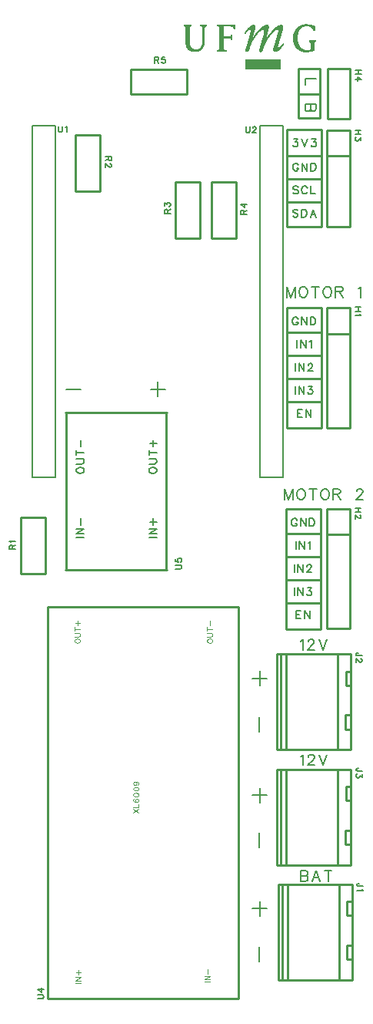
<source format=gto>
G04 Layer: TopSilkscreenLayer*
G04 EasyEDA Pro v2.2.43.4, 2025-11-30 00:10:42*
G04 Gerber Generator version 0.3*
G04 Scale: 100 percent, Rotated: No, Reflected: No*
G04 Dimensions in millimeters*
G04 Leading zeros omitted, absolute positions, 4 integers and 5 decimals*
G04 Generated by custom config*
%FSLAX45Y45*%
%MOMM*%
%ADD10C,0.203*%
%ADD11C,0.1524*%
%ADD12C,0.1*%
%ADD13C,0.2*%
%ADD14C,0.254*%
%ADD15C,0.2049*%
%ADD16C,0.2032*%
G75*


G04 Image Start*
G36*
G01X2783150Y10863685D02*
G01X2783150Y10862611D01*
G01X2778526Y10862611D01*
G01X2773902Y10862611D01*
G01X2773902Y10861537D01*
G01X2773902Y10860464D01*
G01X2771128Y10860464D01*
G01X2768353Y10860464D01*
G01X2768353Y10859390D01*
G01X2768353Y10858317D01*
G01X2766504Y10858317D01*
G01X2764654Y10858317D01*
G01X2764654Y10857243D01*
G01X2764654Y10856169D01*
G01X2762805Y10856169D01*
G01X2760955Y10856169D01*
G01X2760955Y10855096D01*
G01X2760955Y10854022D01*
G01X2759106Y10854022D01*
G01X2757256Y10854022D01*
G01X2757256Y10852948D01*
G01X2757256Y10851875D01*
G01X2755407Y10851875D01*
G01X2753557Y10851875D01*
G01X2753557Y10850801D01*
G01X2753557Y10849727D01*
G01X2752633Y10849727D01*
G01X2751708Y10849727D01*
G01X2751708Y10848654D01*
G01X2751708Y10847580D01*
G01X2749858Y10847580D01*
G01X2748009Y10847580D01*
G01X2748009Y10846507D01*
G01X2748009Y10845433D01*
G01X2747084Y10845433D01*
G01X2746159Y10845433D01*
G01X2746159Y10844359D01*
G01X2746159Y10843286D01*
G01X2745234Y10843286D01*
G01X2744310Y10843286D01*
G01X2744310Y10842212D01*
G01X2744310Y10841138D01*
G01X2742460Y10841138D01*
G01X2740611Y10841138D01*
G01X2740611Y10840065D01*
G01X2740611Y10838991D01*
G01X2739686Y10838991D01*
G01X2738761Y10838991D01*
G01X2738761Y10837918D01*
G01X2738761Y10836844D01*
G01X2737836Y10836844D01*
G01X2736912Y10836844D01*
G01X2736912Y10835770D01*
G01X2736912Y10834697D01*
G01X2735987Y10834697D01*
G01X2735062Y10834697D01*
G01X2735062Y10833623D01*
G01X2735062Y10832549D01*
G01X2733213Y10832549D01*
G01X2731363Y10832549D01*
G01X2731363Y10831476D01*
G01X2731363Y10830402D01*
G01X2730438Y10830402D01*
G01X2729514Y10830402D01*
G01X2729514Y10829329D01*
G01X2729514Y10828255D01*
G01X2728589Y10828255D01*
G01X2727664Y10828255D01*
G01X2727664Y10827181D01*
G01X2727664Y10826108D01*
G01X2726739Y10826108D01*
G01X2725815Y10826108D01*
G01X2725815Y10825034D01*
G01X2725815Y10823960D01*
G01X2724890Y10823960D01*
G01X2723965Y10823960D01*
G01X2723965Y10822887D01*
G01X2723965Y10821813D01*
G01X2723040Y10821813D01*
G01X2722116Y10821813D01*
G01X2722116Y10820740D01*
G01X2722116Y10819666D01*
G01X2721191Y10819666D01*
G01X2720266Y10819666D01*
G01X2720266Y10818592D01*
G01X2720266Y10817519D01*
G01X2719341Y10817519D01*
G01X2718416Y10817519D01*
G01X2718416Y10816445D01*
G01X2718416Y10815371D01*
G01X2717492Y10815371D01*
G01X2716567Y10815371D01*
G01X2716567Y10814298D01*
G01X2716567Y10813224D01*
G01X2715642Y10813224D01*
G01X2714718Y10813224D01*
G01X2714718Y10812151D01*
G01X2714718Y10811077D01*
G01X2713793Y10811077D01*
G01X2712868Y10811077D01*
G01X2712868Y10810003D01*
G01X2712868Y10808930D01*
G01X2711943Y10808930D01*
G01X2711018Y10808930D01*
G01X2711018Y10807856D01*
G01X2711018Y10806782D01*
G01X2710094Y10806782D01*
G01X2709169Y10806782D01*
G01X2709169Y10804635D01*
G01X2709169Y10802488D01*
G01X2708244Y10802488D01*
G01X2707319Y10802488D01*
G01X2707319Y10801414D01*
G01X2707319Y10800341D01*
G01X2706395Y10800341D01*
G01X2705470Y10800341D01*
G01X2705470Y10799267D01*
G01X2705470Y10798193D01*
G01X2704545Y10798193D01*
G01X2703620Y10798193D01*
G01X2703620Y10797120D01*
G01X2703620Y10796046D01*
G01X2702696Y10796046D01*
G01X2701771Y10796046D01*
G01X2701771Y10794972D01*
G01X2701771Y10793899D01*
G01X2700846Y10793899D01*
G01X2699921Y10793899D01*
G01X2699921Y10792825D01*
G01X2699921Y10791752D01*
G01X2698997Y10791752D01*
G01X2698072Y10791752D01*
G01X2698072Y10789604D01*
G01X2698072Y10787457D01*
G01X2697147Y10787457D01*
G01X2696222Y10787457D01*
G01X2696222Y10786383D01*
G01X2696222Y10785310D01*
G01X2695298Y10785310D01*
G01X2694373Y10785310D01*
G01X2694373Y10784236D01*
G01X2694373Y10783163D01*
G01X2693448Y10783163D01*
G01X2692523Y10783163D01*
G01X2692523Y10781015D01*
G01X2692523Y10778868D01*
G01X2691599Y10778868D01*
G01X2690674Y10778868D01*
G01X2690674Y10773858D01*
G01X2690674Y10768848D01*
G01X2691599Y10768848D01*
G01X2692523Y10768848D01*
G01X2692523Y10767774D01*
G01X2692523Y10766700D01*
G01X2694373Y10766700D01*
G01X2696222Y10766700D01*
G01X2696222Y10765627D01*
G01X2696222Y10764553D01*
G01X2697764Y10764553D01*
G01X2699305Y10764553D01*
G01X2699305Y10765627D01*
G01X2699305Y10766700D01*
G01X2701154Y10766700D01*
G01X2703004Y10766700D01*
G01X2703004Y10767774D01*
G01X2703004Y10768848D01*
G01X2703929Y10768848D01*
G01X2704853Y10768848D01*
G01X2704853Y10769921D01*
G01X2704853Y10770995D01*
G01X2705778Y10770995D01*
G01X2706703Y10770995D01*
G01X2706703Y10772068D01*
G01X2706703Y10773142D01*
G01X2707628Y10773142D01*
G01X2708552Y10773142D01*
G01X2708552Y10774216D01*
G01X2708552Y10775289D01*
G01X2709477Y10775289D01*
G01X2710402Y10775289D01*
G01X2710402Y10776363D01*
G01X2710402Y10777437D01*
G01X2711327Y10777437D01*
G01X2712251Y10777437D01*
G01X2712251Y10778510D01*
G01X2712251Y10779584D01*
G01X2713176Y10779584D01*
G01X2714101Y10779584D01*
G01X2714101Y10780657D01*
G01X2714101Y10781731D01*
G01X2715026Y10781731D01*
G01X2715951Y10781731D01*
G01X2715951Y10782805D01*
G01X2715951Y10783878D01*
G01X2716875Y10783878D01*
G01X2717800Y10783878D01*
G01X2717800Y10784952D01*
G01X2717800Y10786026D01*
G01X2718725Y10786026D01*
G01X2719649Y10786026D01*
G01X2719649Y10787099D01*
G01X2719649Y10788173D01*
G01X2720574Y10788173D01*
G01X2721499Y10788173D01*
G01X2721499Y10789246D01*
G01X2721499Y10790320D01*
G01X2722424Y10790320D01*
G01X2723349Y10790320D01*
G01X2723349Y10791394D01*
G01X2723349Y10792467D01*
G01X2724273Y10792467D01*
G01X2725198Y10792467D01*
G01X2725198Y10793541D01*
G01X2725198Y10794615D01*
G01X2726123Y10794615D01*
G01X2727048Y10794615D01*
G01X2727048Y10795688D01*
G01X2727048Y10796762D01*
G01X2727972Y10796762D01*
G01X2728897Y10796762D01*
G01X2728897Y10797835D01*
G01X2728897Y10798909D01*
G01X2729822Y10798909D01*
G01X2730747Y10798909D01*
G01X2730747Y10799983D01*
G01X2730747Y10801056D01*
G01X2731671Y10801056D01*
G01X2732596Y10801056D01*
G01X2732596Y10802130D01*
G01X2732596Y10803204D01*
G01X2734446Y10803204D01*
G01X2736295Y10803204D01*
G01X2736295Y10804277D01*
G01X2736295Y10805351D01*
G01X2738145Y10805351D01*
G01X2739994Y10805351D01*
G01X2739994Y10806425D01*
G01X2739994Y10807498D01*
G01X2741844Y10807498D01*
G01X2743693Y10807498D01*
G01X2743693Y10808572D01*
G01X2743693Y10809645D01*
G01X2748625Y10809645D01*
G01X2753557Y10809645D01*
G01X2753557Y10808572D01*
G01X2753557Y10807498D01*
G01X2754482Y10807498D01*
G01X2755407Y10807498D01*
G01X2755407Y10805351D01*
G01X2755407Y10803204D01*
G01X2756332Y10803204D01*
G01X2757256Y10803204D01*
G01X2757256Y10797478D01*
G01X2757256Y10791752D01*
G01X2756332Y10791752D01*
G01X2755407Y10791752D01*
G01X2755407Y10787457D01*
G01X2755407Y10783163D01*
G01X2754482Y10783163D01*
G01X2753557Y10783163D01*
G01X2753557Y10779942D01*
G01X2753557Y10776721D01*
G01X2752633Y10776721D01*
G01X2751708Y10776721D01*
G01X2751708Y10773500D01*
G01X2751708Y10770279D01*
G01X2750783Y10770279D01*
G01X2749858Y10770279D01*
G01X2749858Y10767058D01*
G01X2749858Y10763837D01*
G01X2748934Y10763837D01*
G01X2748009Y10763837D01*
G01X2748009Y10759543D01*
G01X2748009Y10755248D01*
G01X2747084Y10755248D01*
G01X2746159Y10755248D01*
G01X2746159Y10752027D01*
G01X2746159Y10748807D01*
G01X2745234Y10748807D01*
G01X2744310Y10748807D01*
G01X2744310Y10745586D01*
G01X2744310Y10742365D01*
G01X2743385Y10742365D01*
G01X2742460Y10742365D01*
G01X2742460Y10739144D01*
G01X2742460Y10735923D01*
G01X2741535Y10735923D01*
G01X2740611Y10735923D01*
G01X2740611Y10732702D01*
G01X2740611Y10729481D01*
G01X2739686Y10729481D01*
G01X2738761Y10729481D01*
G01X2738761Y10726260D01*
G01X2738761Y10723039D01*
G01X2737836Y10723039D01*
G01X2736912Y10723039D01*
G01X2736912Y10719819D01*
G01X2736912Y10716598D01*
G01X2735987Y10716598D01*
G01X2735062Y10716598D01*
G01X2735062Y10713377D01*
G01X2735062Y10710156D01*
G01X2734137Y10710156D01*
G01X2733213Y10710156D01*
G01X2733213Y10706935D01*
G01X2733213Y10703714D01*
G01X2732288Y10703714D01*
G01X2731363Y10703714D01*
G01X2731363Y10700493D01*
G01X2731363Y10697272D01*
G01X2730438Y10697272D01*
G01X2729514Y10697272D01*
G01X2729514Y10694051D01*
G01X2729514Y10690831D01*
G01X2728589Y10690831D01*
G01X2727664Y10690831D01*
G01X2727664Y10687610D01*
G01X2727664Y10684389D01*
G01X2726739Y10684389D01*
G01X2725815Y10684389D01*
G01X2725815Y10681168D01*
G01X2725815Y10677947D01*
G01X2724890Y10677947D01*
G01X2723965Y10677947D01*
G01X2723965Y10674726D01*
G01X2723965Y10671505D01*
G01X2723040Y10671505D01*
G01X2722116Y10671505D01*
G01X2722116Y10668284D01*
G01X2722116Y10665064D01*
G01X2721191Y10665064D01*
G01X2720266Y10665064D01*
G01X2720266Y10661843D01*
G01X2720266Y10658622D01*
G01X2719341Y10658622D01*
G01X2718416Y10658622D01*
G01X2718416Y10655401D01*
G01X2718416Y10652180D01*
G01X2717492Y10652180D01*
G01X2716567Y10652180D01*
G01X2716567Y10648959D01*
G01X2716567Y10645738D01*
G01X2715642Y10645738D01*
G01X2714718Y10645738D01*
G01X2714718Y10642517D01*
G01X2714718Y10639297D01*
G01X2713793Y10639297D01*
G01X2712868Y10639297D01*
G01X2712868Y10636076D01*
G01X2712868Y10632855D01*
G01X2711943Y10632855D01*
G01X2711018Y10632855D01*
G01X2711018Y10629634D01*
G01X2711018Y10626413D01*
G01X2710094Y10626413D01*
G01X2709169Y10626413D01*
G01X2709169Y10623192D01*
G01X2709169Y10619971D01*
G01X2708244Y10619971D01*
G01X2707319Y10619971D01*
G01X2707319Y10616750D01*
G01X2707319Y10613529D01*
G01X2706395Y10613529D01*
G01X2705470Y10613529D01*
G01X2705470Y10610309D01*
G01X2705470Y10607088D01*
G01X2704545Y10607088D01*
G01X2703620Y10607088D01*
G01X2703620Y10603867D01*
G01X2703620Y10600646D01*
G01X2702696Y10600646D01*
G01X2701771Y10600646D01*
G01X2701771Y10597425D01*
G01X2701771Y10594204D01*
G01X2700846Y10594204D01*
G01X2699921Y10594204D01*
G01X2699921Y10590983D01*
G01X2699921Y10587762D01*
G01X2698997Y10587762D01*
G01X2698072Y10587762D01*
G01X2698072Y10584542D01*
G01X2698072Y10581321D01*
G01X2697147Y10581321D01*
G01X2696222Y10581321D01*
G01X2696222Y10579531D01*
G01X2696222Y10577742D01*
G01X2697147Y10577742D01*
G01X2698072Y10577742D01*
G01X2698072Y10575595D01*
G01X2698072Y10573447D01*
G01X2698997Y10573447D01*
G01X2699921Y10573447D01*
G01X2699921Y10572374D01*
G01X2699921Y10571300D01*
G01X2701771Y10571300D01*
G01X2703620Y10571300D01*
G01X2703620Y10570226D01*
G01X2703620Y10569153D01*
G01X2706395Y10569153D01*
G01X2709169Y10569153D01*
G01X2709169Y10568079D01*
G01X2709169Y10567006D01*
G01X2716259Y10567006D01*
G01X2723349Y10567006D01*
G01X2723349Y10568079D01*
G01X2723349Y10569153D01*
G01X2727048Y10569153D01*
G01X2730747Y10569153D01*
G01X2730747Y10570226D01*
G01X2730747Y10571300D01*
G01X2732596Y10571300D01*
G01X2734446Y10571300D01*
G01X2734446Y10572374D01*
G01X2734446Y10573447D01*
G01X2735370Y10573447D01*
G01X2736295Y10573447D01*
G01X2736295Y10574521D01*
G01X2736295Y10575595D01*
G01X2737220Y10575595D01*
G01X2738145Y10575595D01*
G01X2738145Y10577742D01*
G01X2738145Y10579889D01*
G01X2739069Y10579889D01*
G01X2739994Y10579889D01*
G01X2739994Y10583110D01*
G01X2739994Y10586331D01*
G01X2740919Y10586331D01*
G01X2741844Y10586331D01*
G01X2741844Y10589552D01*
G01X2741844Y10592773D01*
G01X2742768Y10592773D01*
G01X2743693Y10592773D01*
G01X2743693Y10595994D01*
G01X2743693Y10599214D01*
G01X2744618Y10599214D01*
G01X2745543Y10599214D01*
G01X2745543Y10602435D01*
G01X2745543Y10605656D01*
G01X2746468Y10605656D01*
G01X2747392Y10605656D01*
G01X2747392Y10608877D01*
G01X2747392Y10612098D01*
G01X2748317Y10612098D01*
G01X2749242Y10612098D01*
G01X2749242Y10615319D01*
G01X2749242Y10618540D01*
G01X2750167Y10618540D01*
G01X2751091Y10618540D01*
G01X2751091Y10620687D01*
G01X2751091Y10622834D01*
G01X2752016Y10622834D01*
G01X2752941Y10622834D01*
G01X2752941Y10626055D01*
G01X2752941Y10629276D01*
G01X2753866Y10629276D01*
G01X2754790Y10629276D01*
G01X2754790Y10631423D01*
G01X2754790Y10633571D01*
G01X2755715Y10633571D01*
G01X2756640Y10633571D01*
G01X2756640Y10635718D01*
G01X2756640Y10637865D01*
G01X2757565Y10637865D01*
G01X2758489Y10637865D01*
G01X2758489Y10641086D01*
G01X2758489Y10644307D01*
G01X2759414Y10644307D01*
G01X2760339Y10644307D01*
G01X2760339Y10646454D01*
G01X2760339Y10648601D01*
G01X2761264Y10648601D01*
G01X2762188Y10648601D01*
G01X2762188Y10650749D01*
G01X2762188Y10652896D01*
G01X2763113Y10652896D01*
G01X2764038Y10652896D01*
G01X2764038Y10655043D01*
G01X2764038Y10657190D01*
G01X2764963Y10657190D01*
G01X2765887Y10657190D01*
G01X2765887Y10659338D01*
G01X2765887Y10661485D01*
G01X2766812Y10661485D01*
G01X2767737Y10661485D01*
G01X2767737Y10662558D01*
G01X2767737Y10663632D01*
G01X2768662Y10663632D01*
G01X2769586Y10663632D01*
G01X2769586Y10665779D01*
G01X2769586Y10667927D01*
G01X2770511Y10667927D01*
G01X2771436Y10667927D01*
G01X2771436Y10670074D01*
G01X2771436Y10672221D01*
G01X2772361Y10672221D01*
G01X2773285Y10672221D01*
G01X2773285Y10674368D01*
G01X2773285Y10676516D01*
G01X2774210Y10676516D01*
G01X2775135Y10676516D01*
G01X2775135Y10677589D01*
G01X2775135Y10678663D01*
G01X2776060Y10678663D01*
G01X2776984Y10678663D01*
G01X2776984Y10680810D01*
G01X2776984Y10682957D01*
G01X2777909Y10682957D01*
G01X2778834Y10682957D01*
G01X2778834Y10685105D01*
G01X2778834Y10687252D01*
G01X2779759Y10687252D01*
G01X2780684Y10687252D01*
G01X2780684Y10688326D01*
G01X2780684Y10689399D01*
G01X2781608Y10689399D01*
G01X2782533Y10689399D01*
G01X2782533Y10691546D01*
G01X2782533Y10693694D01*
G01X2783458Y10693694D01*
G01X2784383Y10693694D01*
G01X2784383Y10694767D01*
G01X2784383Y10695841D01*
G01X2785307Y10695841D01*
G01X2786232Y10695841D01*
G01X2786232Y10697988D01*
G01X2786232Y10700135D01*
G01X2787157Y10700135D01*
G01X2788082Y10700135D01*
G01X2788082Y10701209D01*
G01X2788082Y10702283D01*
G01X2789006Y10702283D01*
G01X2789931Y10702283D01*
G01X2789931Y10703356D01*
G01X2789931Y10704430D01*
G01X2790856Y10704430D01*
G01X2791781Y10704430D01*
G01X2791781Y10706577D01*
G01X2791781Y10708724D01*
G01X2792705Y10708724D01*
G01X2793630Y10708724D01*
G01X2793630Y10709798D01*
G01X2793630Y10710872D01*
G01X2794555Y10710872D01*
G01X2795480Y10710872D01*
G01X2795480Y10711945D01*
G01X2795480Y10713019D01*
G01X2796404Y10713019D01*
G01X2797329Y10713019D01*
G01X2797329Y10715166D01*
G01X2797329Y10717313D01*
G01X2798254Y10717313D01*
G01X2799179Y10717313D01*
G01X2799179Y10718387D01*
G01X2799179Y10719461D01*
G01X2800103Y10719461D01*
G01X2801028Y10719461D01*
G01X2801028Y10720534D01*
G01X2801028Y10721608D01*
G01X2801953Y10721608D01*
G01X2802878Y10721608D01*
G01X2802878Y10722682D01*
G01X2802878Y10723755D01*
G01X2803802Y10723755D01*
G01X2804727Y10723755D01*
G01X2804727Y10725902D01*
G01X2804727Y10728050D01*
G01X2805652Y10728050D01*
G01X2806577Y10728050D01*
G01X2806577Y10729123D01*
G01X2806577Y10730197D01*
G01X2807501Y10730197D01*
G01X2808426Y10730197D01*
G01X2808426Y10731271D01*
G01X2808426Y10732344D01*
G01X2809351Y10732344D01*
G01X2810276Y10732344D01*
G01X2810276Y10733418D01*
G01X2810276Y10734491D01*
G01X2811200Y10734491D01*
G01X2812125Y10734491D01*
G01X2812125Y10735565D01*
G01X2812125Y10736639D01*
G01X2813050Y10736639D01*
G01X2813975Y10736639D01*
G01X2813975Y10737712D01*
G01X2813975Y10738786D01*
G01X2814900Y10738786D01*
G01X2815824Y10738786D01*
G01X2815824Y10739860D01*
G01X2815824Y10740933D01*
G01X2816749Y10740933D01*
G01X2817674Y10740933D01*
G01X2817674Y10742007D01*
G01X2817674Y10743080D01*
G01X2818599Y10743080D01*
G01X2819523Y10743080D01*
G01X2819523Y10745228D01*
G01X2819523Y10747375D01*
G01X2820448Y10747375D01*
G01X2821373Y10747375D01*
G01X2821373Y10748449D01*
G01X2821373Y10749522D01*
G01X2822298Y10749522D01*
G01X2823222Y10749522D01*
G01X2823222Y10750596D01*
G01X2823222Y10751670D01*
G01X2824147Y10751670D01*
G01X2825072Y10751670D01*
G01X2825072Y10752743D01*
G01X2825072Y10753817D01*
G01X2825997Y10753817D01*
G01X2826921Y10753817D01*
G01X2826921Y10754890D01*
G01X2826921Y10755964D01*
G01X2827846Y10755964D01*
G01X2828771Y10755964D01*
G01X2828771Y10757038D01*
G01X2828771Y10758111D01*
G01X2829696Y10758111D01*
G01X2830620Y10758111D01*
G01X2830620Y10759185D01*
G01X2830620Y10760259D01*
G01X2831545Y10760259D01*
G01X2832470Y10760259D01*
G01X2832470Y10761332D01*
G01X2832470Y10762406D01*
G01X2833395Y10762406D01*
G01X2834319Y10762406D01*
G01X2834319Y10763479D01*
G01X2834319Y10764553D01*
G01X2835244Y10764553D01*
G01X2836169Y10764553D01*
G01X2836169Y10765627D01*
G01X2836169Y10766700D01*
G01X2837094Y10766700D01*
G01X2838018Y10766700D01*
G01X2838018Y10767774D01*
G01X2838018Y10768848D01*
G01X2838943Y10768848D01*
G01X2839868Y10768848D01*
G01X2839868Y10769921D01*
G01X2839868Y10770995D01*
G01X2840793Y10770995D01*
G01X2841717Y10770995D01*
G01X2841717Y10772068D01*
G01X2841717Y10773142D01*
G01X2842642Y10773142D01*
G01X2843567Y10773142D01*
G01X2843567Y10774216D01*
G01X2843567Y10775289D01*
G01X2844492Y10775289D01*
G01X2845417Y10775289D01*
G01X2845417Y10776363D01*
G01X2845417Y10777437D01*
G01X2846341Y10777437D01*
G01X2847266Y10777437D01*
G01X2847266Y10778510D01*
G01X2847266Y10779584D01*
G01X2848191Y10779584D01*
G01X2849116Y10779584D01*
G01X2849116Y10780657D01*
G01X2849116Y10781731D01*
G01X2850040Y10781731D01*
G01X2850965Y10781731D01*
G01X2850965Y10782805D01*
G01X2850965Y10783878D01*
G01X2851890Y10783878D01*
G01X2852815Y10783878D01*
G01X2852815Y10784952D01*
G01X2852815Y10786026D01*
G01X2854664Y10786026D01*
G01X2856514Y10786026D01*
G01X2856514Y10787099D01*
G01X2856514Y10788173D01*
G01X2857438Y10788173D01*
G01X2858363Y10788173D01*
G01X2858363Y10789246D01*
G01X2858363Y10790320D01*
G01X2859288Y10790320D01*
G01X2860213Y10790320D01*
G01X2860213Y10791394D01*
G01X2860213Y10792467D01*
G01X2862062Y10792467D01*
G01X2863912Y10792467D01*
G01X2863912Y10793541D01*
G01X2863912Y10794615D01*
G01X2864836Y10794615D01*
G01X2865761Y10794615D01*
G01X2865761Y10795688D01*
G01X2865761Y10796762D01*
G01X2866686Y10796762D01*
G01X2867611Y10796762D01*
G01X2867611Y10797835D01*
G01X2867611Y10798909D01*
G01X2869460Y10798909D01*
G01X2871310Y10798909D01*
G01X2871310Y10799983D01*
G01X2871310Y10801056D01*
G01X2873159Y10801056D01*
G01X2875009Y10801056D01*
G01X2875009Y10802130D01*
G01X2875009Y10803204D01*
G01X2876858Y10803204D01*
G01X2878708Y10803204D01*
G01X2878708Y10804277D01*
G01X2878708Y10805351D01*
G01X2880557Y10805351D01*
G01X2882407Y10805351D01*
G01X2882407Y10806425D01*
G01X2882407Y10807498D01*
G01X2886106Y10807498D01*
G01X2889805Y10807498D01*
G01X2889805Y10808572D01*
G01X2889805Y10809645D01*
G01X2894737Y10809645D01*
G01X2899669Y10809645D01*
G01X2899669Y10808572D01*
G01X2899669Y10807498D01*
G01X2901518Y10807498D01*
G01X2903368Y10807498D01*
G01X2903368Y10805351D01*
G01X2903368Y10803204D01*
G01X2904293Y10803204D01*
G01X2905217Y10803204D01*
G01X2905217Y10792109D01*
G01X2905217Y10781015D01*
G01X2904293Y10781015D01*
G01X2903368Y10781015D01*
G01X2903368Y10776721D01*
G01X2903368Y10772426D01*
G01X2902443Y10772426D01*
G01X2901518Y10772426D01*
G01X2901518Y10768132D01*
G01X2901518Y10763837D01*
G01X2900594Y10763837D01*
G01X2899669Y10763837D01*
G01X2899669Y10760616D01*
G01X2899669Y10757396D01*
G01X2898744Y10757396D01*
G01X2897819Y10757396D01*
G01X2897819Y10754175D01*
G01X2897819Y10750954D01*
G01X2896895Y10750954D01*
G01X2895970Y10750954D01*
G01X2895970Y10747733D01*
G01X2895970Y10744512D01*
G01X2895045Y10744512D01*
G01X2894120Y10744512D01*
G01X2894120Y10741291D01*
G01X2894120Y10738070D01*
G01X2893196Y10738070D01*
G01X2892271Y10738070D01*
G01X2892271Y10734849D01*
G01X2892271Y10731629D01*
G01X2891346Y10731629D01*
G01X2890421Y10731629D01*
G01X2890421Y10728408D01*
G01X2890421Y10725187D01*
G01X2889497Y10725187D01*
G01X2888572Y10725187D01*
G01X2888572Y10721966D01*
G01X2888572Y10718745D01*
G01X2887647Y10718745D01*
G01X2886722Y10718745D01*
G01X2886722Y10715524D01*
G01X2886722Y10712303D01*
G01X2885798Y10712303D01*
G01X2884873Y10712303D01*
G01X2884873Y10709082D01*
G01X2884873Y10705861D01*
G01X2883948Y10705861D01*
G01X2883023Y10705861D01*
G01X2883023Y10702641D01*
G01X2883023Y10699420D01*
G01X2882099Y10699420D01*
G01X2881174Y10699420D01*
G01X2881174Y10696199D01*
G01X2881174Y10692978D01*
G01X2880249Y10692978D01*
G01X2879324Y10692978D01*
G01X2879324Y10689757D01*
G01X2879324Y10686536D01*
G01X2878400Y10686536D01*
G01X2877475Y10686536D01*
G01X2877475Y10683315D01*
G01X2877475Y10680094D01*
G01X2876550Y10680094D01*
G01X2875625Y10680094D01*
G01X2875625Y10676874D01*
G01X2875625Y10673653D01*
G01X2874700Y10673653D01*
G01X2873776Y10673653D01*
G01X2873776Y10670432D01*
G01X2873776Y10667211D01*
G01X2872851Y10667211D01*
G01X2871926Y10667211D01*
G01X2871926Y10663990D01*
G01X2871926Y10660769D01*
G01X2871001Y10660769D01*
G01X2870077Y10660769D01*
G01X2870077Y10657548D01*
G01X2870077Y10654327D01*
G01X2869152Y10654327D01*
G01X2868227Y10654327D01*
G01X2868227Y10651106D01*
G01X2868227Y10647886D01*
G01X2867302Y10647886D01*
G01X2866378Y10647886D01*
G01X2866378Y10644665D01*
G01X2866378Y10641444D01*
G01X2865453Y10641444D01*
G01X2864528Y10641444D01*
G01X2864528Y10638223D01*
G01X2864528Y10635002D01*
G01X2863603Y10635002D01*
G01X2862679Y10635002D01*
G01X2862679Y10631781D01*
G01X2862679Y10628560D01*
G01X2861754Y10628560D01*
G01X2860829Y10628560D01*
G01X2860829Y10625339D01*
G01X2860829Y10622118D01*
G01X2859904Y10622118D01*
G01X2858980Y10622118D01*
G01X2858980Y10618898D01*
G01X2858980Y10615677D01*
G01X2858055Y10615677D01*
G01X2857130Y10615677D01*
G01X2857130Y10612456D01*
G01X2857130Y10609235D01*
G01X2856205Y10609235D01*
G01X2855281Y10609235D01*
G01X2855281Y10606014D01*
G01X2855281Y10602793D01*
G01X2854356Y10602793D01*
G01X2853431Y10602793D01*
G01X2853431Y10599572D01*
G01X2853431Y10596351D01*
G01X2852506Y10596351D01*
G01X2851582Y10596351D01*
G01X2851582Y10593131D01*
G01X2851582Y10589910D01*
G01X2850657Y10589910D01*
G01X2849732Y10589910D01*
G01X2849732Y10586689D01*
G01X2849732Y10583468D01*
G01X2848807Y10583468D01*
G01X2847883Y10583468D01*
G01X2847883Y10578458D01*
G01X2847883Y10573447D01*
G01X2848807Y10573447D01*
G01X2849732Y10573447D01*
G01X2849732Y10572374D01*
G01X2849732Y10571300D01*
G01X2850657Y10571300D01*
G01X2851582Y10571300D01*
G01X2851582Y10570226D01*
G01X2851582Y10569153D01*
G01X2853431Y10569153D01*
G01X2855281Y10569153D01*
G01X2855281Y10568079D01*
G01X2855281Y10567006D01*
G01X2858980Y10567006D01*
G01X2862679Y10567006D01*
G01X2862679Y10565932D01*
G01X2862679Y10564858D01*
G01X2867919Y10564858D01*
G01X2873159Y10564858D01*
G01X2873159Y10565932D01*
G01X2873159Y10567006D01*
G01X2876858Y10567006D01*
G01X2880557Y10567006D01*
G01X2880557Y10568079D01*
G01X2880557Y10569153D01*
G01X2882407Y10569153D01*
G01X2884256Y10569153D01*
G01X2884256Y10570226D01*
G01X2884256Y10571300D01*
G01X2885181Y10571300D01*
G01X2886106Y10571300D01*
G01X2886106Y10572374D01*
G01X2886106Y10573447D01*
G01X2887031Y10573447D01*
G01X2887955Y10573447D01*
G01X2887955Y10575595D01*
G01X2887955Y10577742D01*
G01X2888880Y10577742D01*
G01X2889805Y10577742D01*
G01X2889805Y10579889D01*
G01X2889805Y10582036D01*
G01X2890730Y10582036D01*
G01X2891654Y10582036D01*
G01X2891654Y10585257D01*
G01X2891654Y10588478D01*
G01X2892579Y10588478D01*
G01X2893504Y10588478D01*
G01X2893504Y10590625D01*
G01X2893504Y10592773D01*
G01X2894429Y10592773D01*
G01X2895353Y10592773D01*
G01X2895353Y10595994D01*
G01X2895353Y10599214D01*
G01X2896278Y10599214D01*
G01X2897203Y10599214D01*
G01X2897203Y10601362D01*
G01X2897203Y10603509D01*
G01X2898128Y10603509D01*
G01X2899052Y10603509D01*
G01X2899052Y10606730D01*
G01X2899052Y10609951D01*
G01X2899977Y10609951D01*
G01X2900902Y10609951D01*
G01X2900902Y10612098D01*
G01X2900902Y10614245D01*
G01X2901827Y10614245D01*
G01X2902751Y10614245D01*
G01X2902751Y10617466D01*
G01X2902751Y10620687D01*
G01X2903676Y10620687D01*
G01X2904601Y10620687D01*
G01X2904601Y10622834D01*
G01X2904601Y10624982D01*
G01X2905526Y10624982D01*
G01X2906450Y10624982D01*
G01X2906450Y10627129D01*
G01X2906450Y10629276D01*
G01X2907375Y10629276D01*
G01X2908300Y10629276D01*
G01X2908300Y10632497D01*
G01X2908300Y10635718D01*
G01X2909225Y10635718D01*
G01X2910150Y10635718D01*
G01X2910150Y10637865D01*
G01X2910150Y10640012D01*
G01X2911074Y10640012D01*
G01X2911999Y10640012D01*
G01X2911999Y10642160D01*
G01X2911999Y10644307D01*
G01X2912924Y10644307D01*
G01X2913849Y10644307D01*
G01X2913849Y10646454D01*
G01X2913849Y10648601D01*
G01X2914773Y10648601D01*
G01X2915698Y10648601D01*
G01X2915698Y10650749D01*
G01X2915698Y10652896D01*
G01X2916623Y10652896D01*
G01X2917548Y10652896D01*
G01X2917548Y10655043D01*
G01X2917548Y10657190D01*
G01X2918472Y10657190D01*
G01X2919397Y10657190D01*
G01X2919397Y10659338D01*
G01X2919397Y10661485D01*
G01X2920322Y10661485D01*
G01X2921247Y10661485D01*
G01X2921247Y10662558D01*
G01X2921247Y10663632D01*
G01X2922171Y10663632D01*
G01X2923096Y10663632D01*
G01X2923096Y10665779D01*
G01X2923096Y10667927D01*
G01X2924021Y10667927D01*
G01X2924946Y10667927D01*
G01X2924946Y10670074D01*
G01X2924946Y10672221D01*
G01X2925870Y10672221D01*
G01X2926795Y10672221D01*
G01X2926795Y10674368D01*
G01X2926795Y10676516D01*
G01X2927720Y10676516D01*
G01X2928645Y10676516D01*
G01X2928645Y10677589D01*
G01X2928645Y10678663D01*
G01X2929569Y10678663D01*
G01X2930494Y10678663D01*
G01X2930494Y10680810D01*
G01X2930494Y10682957D01*
G01X2931419Y10682957D01*
G01X2932344Y10682957D01*
G01X2932344Y10684031D01*
G01X2932344Y10685105D01*
G01X2933268Y10685105D01*
G01X2934193Y10685105D01*
G01X2934193Y10687252D01*
G01X2934193Y10689399D01*
G01X2935118Y10689399D01*
G01X2936043Y10689399D01*
G01X2936043Y10690473D01*
G01X2936043Y10691546D01*
G01X2936968Y10691546D01*
G01X2937892Y10691546D01*
G01X2937892Y10693694D01*
G01X2937892Y10695841D01*
G01X2938817Y10695841D01*
G01X2939742Y10695841D01*
G01X2939742Y10696915D01*
G01X2939742Y10697988D01*
G01X2940666Y10697988D01*
G01X2941591Y10697988D01*
G01X2941591Y10700135D01*
G01X2941591Y10702283D01*
G01X2942516Y10702283D01*
G01X2943441Y10702283D01*
G01X2943441Y10703356D01*
G01X2943441Y10704430D01*
G01X2944366Y10704430D01*
G01X2945290Y10704430D01*
G01X2945290Y10705504D01*
G01X2945290Y10706577D01*
G01X2946215Y10706577D01*
G01X2947140Y10706577D01*
G01X2947140Y10708724D01*
G01X2947140Y10710872D01*
G01X2948065Y10710872D01*
G01X2948989Y10710872D01*
G01X2948989Y10711945D01*
G01X2948989Y10713019D01*
G01X2949914Y10713019D01*
G01X2950839Y10713019D01*
G01X2950839Y10714093D01*
G01X2950839Y10715166D01*
G01X2951764Y10715166D01*
G01X2952688Y10715166D01*
G01X2952688Y10717313D01*
G01X2952688Y10719461D01*
G01X2953613Y10719461D01*
G01X2954538Y10719461D01*
G01X2954538Y10720534D01*
G01X2954538Y10721608D01*
G01X2955463Y10721608D01*
G01X2956387Y10721608D01*
G01X2956387Y10722682D01*
G01X2956387Y10723755D01*
G01X2957312Y10723755D01*
G01X2958237Y10723755D01*
G01X2958237Y10724829D01*
G01X2958237Y10725902D01*
G01X2959162Y10725902D01*
G01X2960086Y10725902D01*
G01X2960086Y10726976D01*
G01X2960086Y10728050D01*
G01X2961011Y10728050D01*
G01X2961936Y10728050D01*
G01X2961936Y10729123D01*
G01X2961936Y10730197D01*
G01X2962861Y10730197D01*
G01X2963785Y10730197D01*
G01X2963785Y10732344D01*
G01X2963785Y10734491D01*
G01X2964710Y10734491D01*
G01X2965635Y10734491D01*
G01X2965635Y10735565D01*
G01X2965635Y10736639D01*
G01X2966560Y10736639D01*
G01X2967484Y10736639D01*
G01X2967484Y10737712D01*
G01X2967484Y10738786D01*
G01X2968409Y10738786D01*
G01X2969334Y10738786D01*
G01X2969334Y10739860D01*
G01X2969334Y10740933D01*
G01X2970259Y10740933D01*
G01X2971184Y10740933D01*
G01X2971184Y10742007D01*
G01X2971184Y10743080D01*
G01X2972108Y10743080D01*
G01X2973033Y10743080D01*
G01X2973033Y10744154D01*
G01X2973033Y10745228D01*
G01X2973958Y10745228D01*
G01X2974883Y10745228D01*
G01X2974883Y10746301D01*
G01X2974883Y10747375D01*
G01X2975807Y10747375D01*
G01X2976732Y10747375D01*
G01X2976732Y10748449D01*
G01X2976732Y10749522D01*
G01X2977657Y10749522D01*
G01X2978582Y10749522D01*
G01X2978582Y10750596D01*
G01X2978582Y10751670D01*
G01X2979506Y10751670D01*
G01X2980431Y10751670D01*
G01X2980431Y10752743D01*
G01X2980431Y10753817D01*
G01X2981356Y10753817D01*
G01X2982281Y10753817D01*
G01X2982281Y10754890D01*
G01X2982281Y10755964D01*
G01X2983205Y10755964D01*
G01X2984130Y10755964D01*
G01X2984130Y10757038D01*
G01X2984130Y10758111D01*
G01X2985055Y10758111D01*
G01X2985980Y10758111D01*
G01X2985980Y10759185D01*
G01X2985980Y10760259D01*
G01X2986904Y10760259D01*
G01X2987829Y10760259D01*
G01X2987829Y10761332D01*
G01X2987829Y10762406D01*
G01X2988754Y10762406D01*
G01X2989679Y10762406D01*
G01X2989679Y10763479D01*
G01X2989679Y10764553D01*
G01X2990603Y10764553D01*
G01X2991528Y10764553D01*
G01X2991528Y10765627D01*
G01X2991528Y10766700D01*
G01X2992453Y10766700D01*
G01X2993378Y10766700D01*
G01X2993378Y10767774D01*
G01X2993378Y10768848D01*
G01X2994302Y10768848D01*
G01X2995227Y10768848D01*
G01X2995227Y10769921D01*
G01X2995227Y10770995D01*
G01X2996152Y10770995D01*
G01X2997077Y10770995D01*
G01X2997077Y10772068D01*
G01X2997077Y10773142D01*
G01X2998001Y10773142D01*
G01X2998926Y10773142D01*
G01X2998926Y10774216D01*
G01X2998926Y10775289D01*
G01X2999851Y10775289D01*
G01X3000776Y10775289D01*
G01X3000776Y10776363D01*
G01X3000776Y10777437D01*
G01X3001700Y10777437D01*
G01X3002625Y10777437D01*
G01X3002625Y10778510D01*
G01X3002625Y10779584D01*
G01X3003550Y10779584D01*
G01X3004475Y10779584D01*
G01X3004475Y10780657D01*
G01X3004475Y10781731D01*
G01X3005400Y10781731D01*
G01X3006324Y10781731D01*
G01X3006324Y10782805D01*
G01X3006324Y10783878D01*
G01X3008174Y10783878D01*
G01X3010023Y10783878D01*
G01X3010023Y10784952D01*
G01X3010023Y10786026D01*
G01X3010948Y10786026D01*
G01X3011873Y10786026D01*
G01X3011873Y10787099D01*
G01X3011873Y10788173D01*
G01X3012798Y10788173D01*
G01X3013722Y10788173D01*
G01X3013722Y10789246D01*
G01X3013722Y10790320D01*
G01X3014647Y10790320D01*
G01X3015572Y10790320D01*
G01X3015572Y10791394D01*
G01X3015572Y10792467D01*
G01X3017421Y10792467D01*
G01X3019271Y10792467D01*
G01X3019271Y10793541D01*
G01X3019271Y10794615D01*
G01X3020196Y10794615D01*
G01X3021120Y10794615D01*
G01X3021120Y10795688D01*
G01X3021120Y10796762D01*
G01X3022970Y10796762D01*
G01X3024819Y10796762D01*
G01X3024819Y10797835D01*
G01X3024819Y10798909D01*
G01X3025744Y10798909D01*
G01X3026669Y10798909D01*
G01X3026669Y10799983D01*
G01X3026669Y10801056D01*
G01X3028518Y10801056D01*
G01X3030368Y10801056D01*
G01X3030368Y10802130D01*
G01X3030368Y10803204D01*
G01X3032217Y10803204D01*
G01X3034067Y10803204D01*
G01X3034067Y10804277D01*
G01X3034067Y10805351D01*
G01X3035917Y10805351D01*
G01X3037766Y10805351D01*
G01X3037766Y10806425D01*
G01X3037766Y10807498D01*
G01X3040540Y10807498D01*
G01X3043315Y10807498D01*
G01X3043315Y10808572D01*
G01X3043315Y10809645D01*
G01X3049171Y10809645D01*
G01X3055028Y10809645D01*
G01X3055028Y10808572D01*
G01X3055028Y10807498D01*
G01X3056878Y10807498D01*
G01X3058727Y10807498D01*
G01X3058727Y10806425D01*
G01X3058727Y10805351D01*
G01X3059652Y10805351D01*
G01X3060577Y10805351D01*
G01X3060577Y10802130D01*
G01X3060577Y10798909D01*
G01X3061501Y10798909D01*
G01X3062426Y10798909D01*
G01X3062426Y10796404D01*
G01X3062426Y10793899D01*
G01X3061501Y10793899D01*
G01X3060577Y10793899D01*
G01X3060577Y10789604D01*
G01X3060577Y10785310D01*
G01X3059652Y10785310D01*
G01X3058727Y10785310D01*
G01X3058727Y10782089D01*
G01X3058727Y10778868D01*
G01X3057802Y10778868D01*
G01X3056878Y10778868D01*
G01X3056878Y10775647D01*
G01X3056878Y10772426D01*
G01X3055953Y10772426D01*
G01X3055028Y10772426D01*
G01X3055028Y10769205D01*
G01X3055028Y10765985D01*
G01X3054103Y10765985D01*
G01X3053179Y10765985D01*
G01X3053179Y10762764D01*
G01X3053179Y10759543D01*
G01X3052254Y10759543D01*
G01X3051329Y10759543D01*
G01X3051329Y10756322D01*
G01X3051329Y10753101D01*
G01X3050404Y10753101D01*
G01X3049480Y10753101D01*
G01X3049480Y10749880D01*
G01X3049480Y10746659D01*
G01X3048555Y10746659D01*
G01X3047630Y10746659D01*
G01X3047630Y10743438D01*
G01X3047630Y10740217D01*
G01X3046705Y10740217D01*
G01X3045781Y10740217D01*
G01X3045781Y10738070D01*
G01X3045781Y10735923D01*
G01X3044856Y10735923D01*
G01X3043931Y10735923D01*
G01X3043931Y10732702D01*
G01X3043931Y10729481D01*
G01X3043006Y10729481D01*
G01X3042082Y10729481D01*
G01X3042082Y10726260D01*
G01X3042082Y10723039D01*
G01X3041157Y10723039D01*
G01X3040232Y10723039D01*
G01X3040232Y10719819D01*
G01X3040232Y10716598D01*
G01X3039307Y10716598D01*
G01X3038383Y10716598D01*
G01X3038383Y10713377D01*
G01X3038383Y10710156D01*
G01X3037458Y10710156D01*
G01X3036533Y10710156D01*
G01X3036533Y10706935D01*
G01X3036533Y10703714D01*
G01X3035608Y10703714D01*
G01X3034684Y10703714D01*
G01X3034684Y10700493D01*
G01X3034684Y10697272D01*
G01X3033759Y10697272D01*
G01X3032834Y10697272D01*
G01X3032834Y10695125D01*
G01X3032834Y10692978D01*
G01X3031909Y10692978D01*
G01X3030984Y10692978D01*
G01X3030984Y10689757D01*
G01X3030984Y10686536D01*
G01X3030060Y10686536D01*
G01X3029135Y10686536D01*
G01X3029135Y10683315D01*
G01X3029135Y10680094D01*
G01X3028210Y10680094D01*
G01X3027285Y10680094D01*
G01X3027285Y10676874D01*
G01X3027285Y10673653D01*
G01X3026361Y10673653D01*
G01X3025436Y10673653D01*
G01X3025436Y10670432D01*
G01X3025436Y10667211D01*
G01X3024511Y10667211D01*
G01X3023586Y10667211D01*
G01X3023586Y10663990D01*
G01X3023586Y10660769D01*
G01X3022662Y10660769D01*
G01X3021737Y10660769D01*
G01X3021737Y10657548D01*
G01X3021737Y10654327D01*
G01X3020812Y10654327D01*
G01X3019887Y10654327D01*
G01X3019887Y10651106D01*
G01X3019887Y10647886D01*
G01X3018963Y10647886D01*
G01X3018038Y10647886D01*
G01X3018038Y10645738D01*
G01X3018038Y10643591D01*
G01X3017113Y10643591D01*
G01X3016188Y10643591D01*
G01X3016188Y10640370D01*
G01X3016188Y10637149D01*
G01X3015264Y10637149D01*
G01X3014339Y10637149D01*
G01X3014339Y10633928D01*
G01X3014339Y10630708D01*
G01X3013414Y10630708D01*
G01X3012489Y10630708D01*
G01X3012489Y10627487D01*
G01X3012489Y10624266D01*
G01X3011565Y10624266D01*
G01X3010640Y10624266D01*
G01X3010640Y10621045D01*
G01X3010640Y10617824D01*
G01X3009715Y10617824D01*
G01X3008790Y10617824D01*
G01X3008790Y10614603D01*
G01X3008790Y10611382D01*
G01X3007866Y10611382D01*
G01X3006941Y10611382D01*
G01X3006941Y10608161D01*
G01X3006941Y10604940D01*
G01X3006016Y10604940D01*
G01X3005091Y10604940D01*
G01X3005091Y10598499D01*
G01X3005091Y10592057D01*
G01X3004167Y10592057D01*
G01X3003242Y10592057D01*
G01X3003242Y10590268D01*
G01X3003242Y10588478D01*
G01X3004167Y10588478D01*
G01X3005091Y10588478D01*
G01X3005091Y10584184D01*
G01X3005091Y10579889D01*
G01X3006016Y10579889D01*
G01X3006941Y10579889D01*
G01X3006941Y10577742D01*
G01X3006941Y10575595D01*
G01X3007866Y10575595D01*
G01X3008790Y10575595D01*
G01X3008790Y10574521D01*
G01X3008790Y10573447D01*
G01X3009715Y10573447D01*
G01X3010640Y10573447D01*
G01X3010640Y10572374D01*
G01X3010640Y10571300D01*
G01X3012489Y10571300D01*
G01X3014339Y10571300D01*
G01X3014339Y10570226D01*
G01X3014339Y10569153D01*
G01X3017113Y10569153D01*
G01X3019887Y10569153D01*
G01X3019887Y10568079D01*
G01X3019887Y10567006D01*
G01X3027902Y10567006D01*
G01X3035917Y10567006D01*
G01X3035917Y10568079D01*
G01X3035917Y10569153D01*
G01X3039616Y10569153D01*
G01X3043315Y10569153D01*
G01X3043315Y10570226D01*
G01X3043315Y10571300D01*
G01X3046089Y10571300D01*
G01X3048863Y10571300D01*
G01X3048863Y10572374D01*
G01X3048863Y10573447D01*
G01X3050713Y10573447D01*
G01X3052562Y10573447D01*
G01X3052562Y10574521D01*
G01X3052562Y10575595D01*
G01X3054412Y10575595D01*
G01X3056261Y10575595D01*
G01X3056261Y10576668D01*
G01X3056261Y10577742D01*
G01X3058111Y10577742D01*
G01X3059960Y10577742D01*
G01X3059960Y10578816D01*
G01X3059960Y10579889D01*
G01X3061810Y10579889D01*
G01X3063659Y10579889D01*
G01X3063659Y10580963D01*
G01X3063659Y10582036D01*
G01X3065509Y10582036D01*
G01X3067358Y10582036D01*
G01X3067358Y10583110D01*
G01X3067358Y10584184D01*
G01X3068283Y10584184D01*
G01X3069208Y10584184D01*
G01X3069208Y10585257D01*
G01X3069208Y10586331D01*
G01X3070133Y10586331D01*
G01X3071057Y10586331D01*
G01X3071057Y10587405D01*
G01X3071057Y10588478D01*
G01X3072907Y10588478D01*
G01X3074756Y10588478D01*
G01X3074756Y10589552D01*
G01X3074756Y10590625D01*
G01X3075681Y10590625D01*
G01X3076606Y10590625D01*
G01X3076606Y10591699D01*
G01X3076606Y10592773D01*
G01X3077531Y10592773D01*
G01X3078455Y10592773D01*
G01X3078455Y10593846D01*
G01X3078455Y10594920D01*
G01X3079380Y10594920D01*
G01X3080305Y10594920D01*
G01X3080305Y10595994D01*
G01X3080305Y10597067D01*
G01X3082154Y10597067D01*
G01X3084004Y10597067D01*
G01X3084004Y10598141D01*
G01X3084004Y10599214D01*
G01X3084929Y10599214D01*
G01X3085853Y10599214D01*
G01X3085853Y10600288D01*
G01X3085853Y10601362D01*
G01X3086778Y10601362D01*
G01X3087703Y10601362D01*
G01X3087703Y10602435D01*
G01X3087703Y10603509D01*
G01X3088628Y10603509D01*
G01X3089552Y10603509D01*
G01X3089552Y10604583D01*
G01X3089552Y10605656D01*
G01X3090477Y10605656D01*
G01X3091402Y10605656D01*
G01X3091402Y10606730D01*
G01X3091402Y10607803D01*
G01X3092327Y10607803D01*
G01X3093251Y10607803D01*
G01X3093251Y10608877D01*
G01X3093251Y10609951D01*
G01X3094176Y10609951D01*
G01X3095101Y10609951D01*
G01X3095101Y10611024D01*
G01X3095101Y10612098D01*
G01X3096026Y10612098D01*
G01X3096950Y10612098D01*
G01X3096950Y10613172D01*
G01X3096950Y10614245D01*
G01X3097875Y10614245D01*
G01X3098800Y10614245D01*
G01X3098800Y10615319D01*
G01X3098800Y10616392D01*
G01X3099725Y10616392D01*
G01X3100650Y10616392D01*
G01X3100650Y10617466D01*
G01X3100650Y10618540D01*
G01X3101574Y10618540D01*
G01X3102499Y10618540D01*
G01X3102499Y10619613D01*
G01X3102499Y10620687D01*
G01X3103424Y10620687D01*
G01X3104349Y10620687D01*
G01X3104349Y10621761D01*
G01X3104349Y10622834D01*
G01X3105273Y10622834D01*
G01X3106198Y10622834D01*
G01X3106198Y10624982D01*
G01X3106198Y10627129D01*
G01X3107123Y10627129D01*
G01X3108048Y10627129D01*
G01X3108048Y10628202D01*
G01X3108048Y10629276D01*
G01X3108972Y10629276D01*
G01X3109897Y10629276D01*
G01X3109897Y10630350D01*
G01X3109897Y10631423D01*
G01X3110822Y10631423D01*
G01X3111747Y10631423D01*
G01X3111747Y10632497D01*
G01X3111747Y10633571D01*
G01X3112671Y10633571D01*
G01X3113596Y10633571D01*
G01X3113596Y10634644D01*
G01X3113596Y10635718D01*
G01X3114521Y10635718D01*
G01X3115446Y10635718D01*
G01X3115446Y10636791D01*
G01X3115446Y10637865D01*
G01X3116370Y10637865D01*
G01X3117295Y10637865D01*
G01X3117295Y10638939D01*
G01X3117295Y10640012D01*
G01X3118220Y10640012D01*
G01X3119145Y10640012D01*
G01X3119145Y10641086D01*
G01X3119145Y10642160D01*
G01X3120069Y10642160D01*
G01X3120994Y10642160D01*
G01X3120994Y10643233D01*
G01X3120994Y10644307D01*
G01X3121919Y10644307D01*
G01X3122844Y10644307D01*
G01X3122844Y10646454D01*
G01X3122844Y10648601D01*
G01X3123768Y10648601D01*
G01X3124693Y10648601D01*
G01X3124693Y10653612D01*
G01X3124693Y10658622D01*
G01X3123768Y10658622D01*
G01X3122844Y10658622D01*
G01X3122844Y10659695D01*
G01X3122844Y10660769D01*
G01X3118528Y10660769D01*
G01X3114213Y10660769D01*
G01X3114213Y10659695D01*
G01X3114213Y10658622D01*
G01X3113288Y10658622D01*
G01X3112363Y10658622D01*
G01X3112363Y10657548D01*
G01X3112363Y10656475D01*
G01X3111438Y10656475D01*
G01X3110514Y10656475D01*
G01X3110514Y10655401D01*
G01X3110514Y10654327D01*
G01X3108664Y10654327D01*
G01X3106815Y10654327D01*
G01X3106815Y10653254D01*
G01X3106815Y10652180D01*
G01X3105890Y10652180D01*
G01X3104965Y10652180D01*
G01X3104965Y10651106D01*
G01X3104965Y10650033D01*
G01X3104040Y10650033D01*
G01X3103116Y10650033D01*
G01X3103116Y10648959D01*
G01X3103116Y10647886D01*
G01X3102191Y10647886D01*
G01X3101266Y10647886D01*
G01X3101266Y10646812D01*
G01X3101266Y10645738D01*
G01X3100341Y10645738D01*
G01X3099416Y10645738D01*
G01X3099416Y10644665D01*
G01X3099416Y10643591D01*
G01X3098492Y10643591D01*
G01X3097567Y10643591D01*
G01X3097567Y10642517D01*
G01X3097567Y10641444D01*
G01X3096642Y10641444D01*
G01X3095717Y10641444D01*
G01X3095717Y10640370D01*
G01X3095717Y10639297D01*
G01X3093868Y10639297D01*
G01X3092018Y10639297D01*
G01X3092018Y10638223D01*
G01X3092018Y10637149D01*
G01X3091094Y10637149D01*
G01X3090169Y10637149D01*
G01X3090169Y10636076D01*
G01X3090169Y10635002D01*
G01X3089244Y10635002D01*
G01X3088319Y10635002D01*
G01X3088319Y10633928D01*
G01X3088319Y10632855D01*
G01X3087395Y10632855D01*
G01X3086470Y10632855D01*
G01X3086470Y10631781D01*
G01X3086470Y10630708D01*
G01X3084620Y10630708D01*
G01X3082771Y10630708D01*
G01X3082771Y10629634D01*
G01X3082771Y10628560D01*
G01X3081846Y10628560D01*
G01X3080921Y10628560D01*
G01X3080921Y10627487D01*
G01X3080921Y10626413D01*
G01X3079072Y10626413D01*
G01X3077222Y10626413D01*
G01X3077222Y10625339D01*
G01X3077222Y10624266D01*
G01X3076298Y10624266D01*
G01X3075373Y10624266D01*
G01X3075373Y10623192D01*
G01X3075373Y10622118D01*
G01X3073523Y10622118D01*
G01X3071674Y10622118D01*
G01X3071674Y10621045D01*
G01X3071674Y10619971D01*
G01X3069824Y10619971D01*
G01X3067975Y10619971D01*
G01X3067975Y10618898D01*
G01X3067975Y10617824D01*
G01X3065817Y10617824D01*
G01X3063659Y10617824D01*
G01X3063659Y10618898D01*
G01X3063659Y10619971D01*
G01X3061810Y10619971D01*
G01X3059960Y10619971D01*
G01X3059960Y10621045D01*
G01X3059960Y10622118D01*
G01X3059035Y10622118D01*
G01X3058111Y10622118D01*
G01X3058111Y10625697D01*
G01X3058111Y10629276D01*
G01X3059035Y10629276D01*
G01X3059960Y10629276D01*
G01X3059960Y10633571D01*
G01X3059960Y10637865D01*
G01X3060885Y10637865D01*
G01X3061810Y10637865D01*
G01X3061810Y10641086D01*
G01X3061810Y10644307D01*
G01X3062734Y10644307D01*
G01X3063659Y10644307D01*
G01X3063659Y10646454D01*
G01X3063659Y10648601D01*
G01X3064584Y10648601D01*
G01X3065509Y10648601D01*
G01X3065509Y10651822D01*
G01X3065509Y10655043D01*
G01X3066433Y10655043D01*
G01X3067358Y10655043D01*
G01X3067358Y10658264D01*
G01X3067358Y10661485D01*
G01X3068283Y10661485D01*
G01X3069208Y10661485D01*
G01X3069208Y10664706D01*
G01X3069208Y10667927D01*
G01X3070133Y10667927D01*
G01X3071057Y10667927D01*
G01X3071057Y10671147D01*
G01X3071057Y10674368D01*
G01X3071982Y10674368D01*
G01X3072907Y10674368D01*
G01X3072907Y10677589D01*
G01X3072907Y10680810D01*
G01X3073832Y10680810D01*
G01X3074756Y10680810D01*
G01X3074756Y10684031D01*
G01X3074756Y10687252D01*
G01X3075681Y10687252D01*
G01X3076606Y10687252D01*
G01X3076606Y10690473D01*
G01X3076606Y10693694D01*
G01X3077531Y10693694D01*
G01X3078455Y10693694D01*
G01X3078455Y10696915D01*
G01X3078455Y10700135D01*
G01X3079380Y10700135D01*
G01X3080305Y10700135D01*
G01X3080305Y10703356D01*
G01X3080305Y10706577D01*
G01X3081230Y10706577D01*
G01X3082154Y10706577D01*
G01X3082154Y10709798D01*
G01X3082154Y10713019D01*
G01X3083079Y10713019D01*
G01X3084004Y10713019D01*
G01X3084004Y10716240D01*
G01X3084004Y10719461D01*
G01X3084929Y10719461D01*
G01X3085853Y10719461D01*
G01X3085853Y10721608D01*
G01X3085853Y10723755D01*
G01X3086778Y10723755D01*
G01X3087703Y10723755D01*
G01X3087703Y10726976D01*
G01X3087703Y10730197D01*
G01X3088628Y10730197D01*
G01X3089552Y10730197D01*
G01X3089552Y10733418D01*
G01X3089552Y10736639D01*
G01X3090477Y10736639D01*
G01X3091402Y10736639D01*
G01X3091402Y10739860D01*
G01X3091402Y10743080D01*
G01X3092327Y10743080D01*
G01X3093251Y10743080D01*
G01X3093251Y10746301D01*
G01X3093251Y10749522D01*
G01X3094176Y10749522D01*
G01X3095101Y10749522D01*
G01X3095101Y10752743D01*
G01X3095101Y10755964D01*
G01X3096026Y10755964D01*
G01X3096950Y10755964D01*
G01X3096950Y10759185D01*
G01X3096950Y10762406D01*
G01X3097875Y10762406D01*
G01X3098800Y10762406D01*
G01X3098800Y10765627D01*
G01X3098800Y10768848D01*
G01X3099725Y10768848D01*
G01X3100650Y10768848D01*
G01X3100650Y10772068D01*
G01X3100650Y10775289D01*
G01X3101574Y10775289D01*
G01X3102499Y10775289D01*
G01X3102499Y10778510D01*
G01X3102499Y10781731D01*
G01X3103424Y10781731D01*
G01X3104349Y10781731D01*
G01X3104349Y10784952D01*
G01X3104349Y10788173D01*
G01X3105273Y10788173D01*
G01X3106198Y10788173D01*
G01X3106198Y10791394D01*
G01X3106198Y10794615D01*
G01X3107123Y10794615D01*
G01X3108048Y10794615D01*
G01X3108048Y10797835D01*
G01X3108048Y10801056D01*
G01X3108972Y10801056D01*
G01X3109897Y10801056D01*
G01X3109897Y10804277D01*
G01X3109897Y10807498D01*
G01X3110822Y10807498D01*
G01X3111747Y10807498D01*
G01X3111747Y10810719D01*
G01X3111747Y10813940D01*
G01X3112671Y10813940D01*
G01X3113596Y10813940D01*
G01X3113596Y10818234D01*
G01X3113596Y10822529D01*
G01X3114521Y10822529D01*
G01X3115446Y10822529D01*
G01X3115446Y10835055D01*
G01X3115446Y10847580D01*
G01X3114521Y10847580D01*
G01X3113596Y10847580D01*
G01X3113596Y10849727D01*
G01X3113596Y10851875D01*
G01X3112671Y10851875D01*
G01X3111747Y10851875D01*
G01X3111747Y10854022D01*
G01X3111747Y10856169D01*
G01X3110822Y10856169D01*
G01X3109897Y10856169D01*
G01X3109897Y10857243D01*
G01X3109897Y10858317D01*
G01X3108972Y10858317D01*
G01X3108048Y10858317D01*
G01X3108048Y10859390D01*
G01X3108048Y10860464D01*
G01X3106198Y10860464D01*
G01X3104349Y10860464D01*
G01X3104349Y10861537D01*
G01X3104349Y10862611D01*
G01X3101574Y10862611D01*
G01X3098800Y10862611D01*
G01X3098800Y10863685D01*
G01X3098800Y10864758D01*
G01X3091710Y10864758D01*
G01X3084620Y10864758D01*
G01X3084620Y10863685D01*
G01X3084620Y10862611D01*
G01X3079997Y10862611D01*
G01X3075373Y10862611D01*
G01X3075373Y10861537D01*
G01X3075373Y10860464D01*
G01X3072599Y10860464D01*
G01X3069824Y10860464D01*
G01X3069824Y10859390D01*
G01X3069824Y10858317D01*
G01X3067050Y10858317D01*
G01X3064276Y10858317D01*
G01X3064276Y10857243D01*
G01X3064276Y10856169D01*
G01X3062426Y10856169D01*
G01X3060577Y10856169D01*
G01X3060577Y10855096D01*
G01X3060577Y10854022D01*
G01X3058727Y10854022D01*
G01X3056878Y10854022D01*
G01X3056878Y10852948D01*
G01X3056878Y10851875D01*
G01X3055028Y10851875D01*
G01X3053179Y10851875D01*
G01X3053179Y10850801D01*
G01X3053179Y10849727D01*
G01X3051329Y10849727D01*
G01X3049480Y10849727D01*
G01X3049480Y10848654D01*
G01X3049480Y10847580D01*
G01X3048555Y10847580D01*
G01X3047630Y10847580D01*
G01X3047630Y10846507D01*
G01X3047630Y10845433D01*
G01X3045781Y10845433D01*
G01X3043931Y10845433D01*
G01X3043931Y10844359D01*
G01X3043931Y10843286D01*
G01X3042082Y10843286D01*
G01X3040232Y10843286D01*
G01X3040232Y10842212D01*
G01X3040232Y10841138D01*
G01X3039307Y10841138D01*
G01X3038383Y10841138D01*
G01X3038383Y10840065D01*
G01X3038383Y10838991D01*
G01X3036533Y10838991D01*
G01X3034684Y10838991D01*
G01X3034684Y10837918D01*
G01X3034684Y10836844D01*
G01X3033759Y10836844D01*
G01X3032834Y10836844D01*
G01X3032834Y10835770D01*
G01X3032834Y10834697D01*
G01X3031909Y10834697D01*
G01X3030984Y10834697D01*
G01X3030984Y10833623D01*
G01X3030984Y10832549D01*
G01X3029135Y10832549D01*
G01X3027285Y10832549D01*
G01X3027285Y10831476D01*
G01X3027285Y10830402D01*
G01X3026361Y10830402D01*
G01X3025436Y10830402D01*
G01X3025436Y10829329D01*
G01X3025436Y10828255D01*
G01X3024511Y10828255D01*
G01X3023586Y10828255D01*
G01X3023586Y10827181D01*
G01X3023586Y10826108D01*
G01X3021737Y10826108D01*
G01X3019887Y10826108D01*
G01X3019887Y10825034D01*
G01X3019887Y10823960D01*
G01X3018963Y10823960D01*
G01X3018038Y10823960D01*
G01X3018038Y10822887D01*
G01X3018038Y10821813D01*
G01X3017113Y10821813D01*
G01X3016188Y10821813D01*
G01X3016188Y10820740D01*
G01X3016188Y10819666D01*
G01X3015264Y10819666D01*
G01X3014339Y10819666D01*
G01X3014339Y10818592D01*
G01X3014339Y10817519D01*
G01X3012489Y10817519D01*
G01X3010640Y10817519D01*
G01X3010640Y10816445D01*
G01X3010640Y10815371D01*
G01X3009715Y10815371D01*
G01X3008790Y10815371D01*
G01X3008790Y10814298D01*
G01X3008790Y10813224D01*
G01X3007866Y10813224D01*
G01X3006941Y10813224D01*
G01X3006941Y10812151D01*
G01X3006941Y10811077D01*
G01X3006016Y10811077D01*
G01X3005091Y10811077D01*
G01X3005091Y10810003D01*
G01X3005091Y10808930D01*
G01X3004167Y10808930D01*
G01X3003242Y10808930D01*
G01X3003242Y10807856D01*
G01X3003242Y10806782D01*
G01X3002317Y10806782D01*
G01X3001392Y10806782D01*
G01X3001392Y10805709D01*
G01X3001392Y10804635D01*
G01X2999543Y10804635D01*
G01X2997693Y10804635D01*
G01X2997693Y10803562D01*
G01X2997693Y10802488D01*
G01X2996768Y10802488D01*
G01X2995844Y10802488D01*
G01X2995844Y10801414D01*
G01X2995844Y10800341D01*
G01X2994919Y10800341D01*
G01X2993994Y10800341D01*
G01X2993994Y10799267D01*
G01X2993994Y10798193D01*
G01X2993069Y10798193D01*
G01X2992145Y10798193D01*
G01X2992145Y10797120D01*
G01X2992145Y10796046D01*
G01X2991220Y10796046D01*
G01X2990295Y10796046D01*
G01X2990295Y10794972D01*
G01X2990295Y10793899D01*
G01X2989370Y10793899D01*
G01X2988446Y10793899D01*
G01X2988446Y10792825D01*
G01X2988446Y10791752D01*
G01X2987521Y10791752D01*
G01X2986596Y10791752D01*
G01X2986596Y10790678D01*
G01X2986596Y10789604D01*
G01X2985671Y10789604D01*
G01X2984747Y10789604D01*
G01X2984747Y10788531D01*
G01X2984747Y10787457D01*
G01X2983822Y10787457D01*
G01X2982897Y10787457D01*
G01X2982897Y10786383D01*
G01X2982897Y10785310D01*
G01X2981972Y10785310D01*
G01X2981048Y10785310D01*
G01X2981048Y10784236D01*
G01X2981048Y10783163D01*
G01X2980123Y10783163D01*
G01X2979198Y10783163D01*
G01X2979198Y10782089D01*
G01X2979198Y10781015D01*
G01X2978273Y10781015D01*
G01X2977349Y10781015D01*
G01X2977349Y10779942D01*
G01X2977349Y10778868D01*
G01X2976424Y10778868D01*
G01X2975499Y10778868D01*
G01X2975499Y10777794D01*
G01X2975499Y10776721D01*
G01X2974574Y10776721D01*
G01X2973650Y10776721D01*
G01X2973650Y10775647D01*
G01X2973650Y10774574D01*
G01X2972725Y10774574D01*
G01X2971800Y10774574D01*
G01X2971800Y10773500D01*
G01X2971800Y10772426D01*
G01X2970875Y10772426D01*
G01X2969951Y10772426D01*
G01X2969951Y10771353D01*
G01X2969951Y10770279D01*
G01X2969026Y10770279D01*
G01X2968101Y10770279D01*
G01X2968101Y10769205D01*
G01X2968101Y10768132D01*
G01X2967176Y10768132D01*
G01X2966251Y10768132D01*
G01X2966251Y10767058D01*
G01X2966251Y10765985D01*
G01X2965327Y10765985D01*
G01X2964402Y10765985D01*
G01X2964402Y10764911D01*
G01X2964402Y10763837D01*
G01X2963477Y10763837D01*
G01X2962552Y10763837D01*
G01X2962552Y10762764D01*
G01X2962552Y10761690D01*
G01X2961628Y10761690D01*
G01X2960703Y10761690D01*
G01X2960703Y10760616D01*
G01X2960703Y10759543D01*
G01X2959778Y10759543D01*
G01X2958853Y10759543D01*
G01X2958853Y10758469D01*
G01X2958853Y10757396D01*
G01X2957929Y10757396D01*
G01X2957004Y10757396D01*
G01X2957004Y10756322D01*
G01X2957004Y10755248D01*
G01X2956079Y10755248D01*
G01X2955154Y10755248D01*
G01X2955154Y10753101D01*
G01X2955154Y10750954D01*
G01X2954230Y10750954D01*
G01X2953305Y10750954D01*
G01X2953305Y10749880D01*
G01X2953305Y10748807D01*
G01X2952380Y10748807D01*
G01X2951455Y10748807D01*
G01X2951455Y10747733D01*
G01X2951455Y10746659D01*
G01X2950531Y10746659D01*
G01X2949606Y10746659D01*
G01X2949606Y10745586D01*
G01X2949606Y10744512D01*
G01X2948681Y10744512D01*
G01X2947756Y10744512D01*
G01X2947756Y10743438D01*
G01X2947756Y10742365D01*
G01X2946832Y10742365D01*
G01X2945907Y10742365D01*
G01X2945907Y10741291D01*
G01X2945907Y10740217D01*
G01X2944982Y10740217D01*
G01X2944057Y10740217D01*
G01X2944057Y10739144D01*
G01X2944057Y10738070D01*
G01X2943133Y10738070D01*
G01X2942208Y10738070D01*
G01X2942208Y10736997D01*
G01X2942208Y10735923D01*
G01X2941283Y10735923D01*
G01X2940358Y10735923D01*
G01X2940358Y10733776D01*
G01X2940358Y10731629D01*
G01X2939434Y10731629D01*
G01X2938509Y10731629D01*
G01X2938509Y10730555D01*
G01X2938509Y10729481D01*
G01X2937584Y10729481D01*
G01X2936659Y10729481D01*
G01X2936659Y10728408D01*
G01X2936659Y10727334D01*
G01X2935734Y10727334D01*
G01X2934810Y10727334D01*
G01X2934810Y10726260D01*
G01X2934810Y10725187D01*
G01X2933885Y10725187D01*
G01X2932960Y10725187D01*
G01X2932960Y10724113D01*
G01X2932960Y10723039D01*
G01X2932035Y10723039D01*
G01X2931111Y10723039D01*
G01X2931111Y10720892D01*
G01X2931111Y10718745D01*
G01X2930231Y10718745D01*
G01X2929352Y10718745D01*
G01X2929070Y10717492D01*
G01X2928788Y10716240D01*
G01X2928716Y10717850D01*
G01X2928645Y10719461D01*
G01X2929569Y10719461D01*
G01X2930494Y10719461D01*
G01X2930494Y10722682D01*
G01X2930494Y10725902D01*
G01X2931419Y10725902D01*
G01X2932344Y10725902D01*
G01X2932344Y10729123D01*
G01X2932344Y10732344D01*
G01X2933268Y10732344D01*
G01X2934193Y10732344D01*
G01X2934193Y10735565D01*
G01X2934193Y10738786D01*
G01X2935118Y10738786D01*
G01X2936043Y10738786D01*
G01X2936043Y10742007D01*
G01X2936043Y10745228D01*
G01X2936968Y10745228D01*
G01X2937892Y10745228D01*
G01X2937892Y10748449D01*
G01X2937892Y10751670D01*
G01X2938817Y10751670D01*
G01X2939742Y10751670D01*
G01X2939742Y10755964D01*
G01X2939742Y10760259D01*
G01X2940666Y10760259D01*
G01X2941591Y10760259D01*
G01X2941591Y10763479D01*
G01X2941591Y10766700D01*
G01X2942516Y10766700D01*
G01X2943441Y10766700D01*
G01X2943441Y10769921D01*
G01X2943441Y10773142D01*
G01X2944366Y10773142D01*
G01X2945290Y10773142D01*
G01X2945290Y10776363D01*
G01X2945290Y10779584D01*
G01X2946215Y10779584D01*
G01X2947140Y10779584D01*
G01X2947140Y10782805D01*
G01X2947140Y10786026D01*
G01X2948065Y10786026D01*
G01X2948989Y10786026D01*
G01X2948989Y10789246D01*
G01X2948989Y10792467D01*
G01X2949914Y10792467D01*
G01X2950839Y10792467D01*
G01X2950839Y10795688D01*
G01X2950839Y10798909D01*
G01X2951764Y10798909D01*
G01X2952688Y10798909D01*
G01X2952688Y10802130D01*
G01X2952688Y10805351D01*
G01X2953613Y10805351D01*
G01X2954538Y10805351D01*
G01X2954538Y10809645D01*
G01X2954538Y10813940D01*
G01X2955463Y10813940D01*
G01X2956387Y10813940D01*
G01X2956387Y10817161D01*
G01X2956387Y10820382D01*
G01X2957312Y10820382D01*
G01X2958237Y10820382D01*
G01X2958237Y10826823D01*
G01X2958237Y10833265D01*
G01X2959162Y10833265D01*
G01X2960086Y10833265D01*
G01X2960086Y10840423D01*
G01X2960086Y10847580D01*
G01X2959162Y10847580D01*
G01X2958237Y10847580D01*
G01X2958237Y10849727D01*
G01X2958237Y10851875D01*
G01X2957312Y10851875D01*
G01X2956387Y10851875D01*
G01X2956387Y10854022D01*
G01X2956387Y10856169D01*
G01X2955463Y10856169D01*
G01X2954538Y10856169D01*
G01X2954538Y10857243D01*
G01X2954538Y10858317D01*
G01X2952688Y10858317D01*
G01X2950839Y10858317D01*
G01X2950839Y10859390D01*
G01X2950839Y10860464D01*
G01X2949914Y10860464D01*
G01X2948989Y10860464D01*
G01X2948989Y10861537D01*
G01X2948989Y10862611D01*
G01X2945290Y10862611D01*
G01X2941591Y10862611D01*
G01X2941591Y10863685D01*
G01X2941591Y10864758D01*
G01X2933577Y10864758D01*
G01X2925562Y10864758D01*
G01X2925562Y10863685D01*
G01X2925562Y10862611D01*
G01X2921863Y10862611D01*
G01X2918164Y10862611D01*
G01X2918164Y10861537D01*
G01X2918164Y10860464D01*
G01X2915390Y10860464D01*
G01X2912616Y10860464D01*
G01X2912616Y10859390D01*
G01X2912616Y10858317D01*
G01X2909841Y10858317D01*
G01X2907067Y10858317D01*
G01X2907067Y10857243D01*
G01X2907067Y10856169D01*
G01X2905217Y10856169D01*
G01X2903368Y10856169D01*
G01X2903368Y10855096D01*
G01X2903368Y10854022D01*
G01X2901518Y10854022D01*
G01X2899669Y10854022D01*
G01X2899669Y10852948D01*
G01X2899669Y10851875D01*
G01X2897819Y10851875D01*
G01X2895970Y10851875D01*
G01X2895970Y10850801D01*
G01X2895970Y10849727D01*
G01X2894120Y10849727D01*
G01X2892271Y10849727D01*
G01X2892271Y10848654D01*
G01X2892271Y10847580D01*
G01X2891346Y10847580D01*
G01X2890421Y10847580D01*
G01X2890421Y10846507D01*
G01X2890421Y10845433D01*
G01X2888572Y10845433D01*
G01X2886722Y10845433D01*
G01X2886722Y10844359D01*
G01X2886722Y10843286D01*
G01X2885798Y10843286D01*
G01X2884873Y10843286D01*
G01X2884873Y10842212D01*
G01X2884873Y10841138D01*
G01X2883023Y10841138D01*
G01X2881174Y10841138D01*
G01X2881174Y10840065D01*
G01X2881174Y10838991D01*
G01X2880249Y10838991D01*
G01X2879324Y10838991D01*
G01X2879324Y10837918D01*
G01X2879324Y10836844D01*
G01X2877475Y10836844D01*
G01X2875625Y10836844D01*
G01X2875625Y10835770D01*
G01X2875625Y10834697D01*
G01X2874700Y10834697D01*
G01X2873776Y10834697D01*
G01X2873776Y10833623D01*
G01X2873776Y10832549D01*
G01X2872851Y10832549D01*
G01X2871926Y10832549D01*
G01X2871926Y10831476D01*
G01X2871926Y10830402D01*
G01X2870077Y10830402D01*
G01X2868227Y10830402D01*
G01X2868227Y10829329D01*
G01X2868227Y10828255D01*
G01X2867302Y10828255D01*
G01X2866378Y10828255D01*
G01X2866378Y10827181D01*
G01X2866378Y10826108D01*
G01X2865453Y10826108D01*
G01X2864528Y10826108D01*
G01X2864528Y10825034D01*
G01X2864528Y10823960D01*
G01X2862679Y10823960D01*
G01X2860829Y10823960D01*
G01X2860829Y10822887D01*
G01X2860829Y10821813D01*
G01X2859904Y10821813D01*
G01X2858980Y10821813D01*
G01X2858980Y10820740D01*
G01X2858980Y10819666D01*
G01X2858055Y10819666D01*
G01X2857130Y10819666D01*
G01X2857130Y10818592D01*
G01X2857130Y10817519D01*
G01X2856205Y10817519D01*
G01X2855281Y10817519D01*
G01X2855281Y10816445D01*
G01X2855281Y10815371D01*
G01X2854356Y10815371D01*
G01X2853431Y10815371D01*
G01X2853431Y10814298D01*
G01X2853431Y10813224D01*
G01X2852506Y10813224D01*
G01X2851582Y10813224D01*
G01X2851582Y10812151D01*
G01X2851582Y10811077D01*
G01X2850657Y10811077D01*
G01X2849732Y10811077D01*
G01X2849732Y10810003D01*
G01X2849732Y10808930D01*
G01X2847883Y10808930D01*
G01X2846033Y10808930D01*
G01X2846033Y10807856D01*
G01X2846033Y10806782D01*
G01X2845108Y10806782D01*
G01X2844183Y10806782D01*
G01X2844183Y10805709D01*
G01X2844183Y10804635D01*
G01X2843259Y10804635D01*
G01X2842334Y10804635D01*
G01X2842334Y10803562D01*
G01X2842334Y10802488D01*
G01X2841409Y10802488D01*
G01X2840484Y10802488D01*
G01X2840484Y10801414D01*
G01X2840484Y10800341D01*
G01X2839560Y10800341D01*
G01X2838635Y10800341D01*
G01X2838635Y10799267D01*
G01X2838635Y10798193D01*
G01X2837710Y10798193D01*
G01X2836785Y10798193D01*
G01X2836785Y10797120D01*
G01X2836785Y10796046D01*
G01X2835861Y10796046D01*
G01X2834936Y10796046D01*
G01X2834936Y10794972D01*
G01X2834936Y10793899D01*
G01X2834011Y10793899D01*
G01X2833086Y10793899D01*
G01X2833086Y10792825D01*
G01X2833086Y10791752D01*
G01X2832162Y10791752D01*
G01X2831237Y10791752D01*
G01X2831237Y10790678D01*
G01X2831237Y10789604D01*
G01X2830312Y10789604D01*
G01X2829387Y10789604D01*
G01X2829387Y10788531D01*
G01X2829387Y10787457D01*
G01X2828463Y10787457D01*
G01X2827538Y10787457D01*
G01X2827538Y10786383D01*
G01X2827538Y10785310D01*
G01X2826613Y10785310D01*
G01X2825688Y10785310D01*
G01X2825688Y10784236D01*
G01X2825688Y10783163D01*
G01X2824764Y10783163D01*
G01X2823839Y10783163D01*
G01X2823839Y10782089D01*
G01X2823839Y10781015D01*
G01X2822914Y10781015D01*
G01X2821989Y10781015D01*
G01X2821989Y10779942D01*
G01X2821989Y10778868D01*
G01X2821065Y10778868D01*
G01X2820140Y10778868D01*
G01X2820140Y10777794D01*
G01X2820140Y10776721D01*
G01X2819215Y10776721D01*
G01X2818290Y10776721D01*
G01X2818290Y10775647D01*
G01X2818290Y10774574D01*
G01X2817366Y10774574D01*
G01X2816441Y10774574D01*
G01X2816441Y10773500D01*
G01X2816441Y10772426D01*
G01X2815516Y10772426D01*
G01X2814591Y10772426D01*
G01X2814591Y10771353D01*
G01X2814591Y10770279D01*
G01X2813667Y10770279D01*
G01X2812742Y10770279D01*
G01X2812742Y10769205D01*
G01X2812742Y10768132D01*
G01X2811817Y10768132D01*
G01X2810892Y10768132D01*
G01X2810892Y10765985D01*
G01X2810892Y10763837D01*
G01X2809967Y10763837D01*
G01X2809043Y10763837D01*
G01X2809043Y10762764D01*
G01X2809043Y10761690D01*
G01X2808118Y10761690D01*
G01X2807193Y10761690D01*
G01X2807193Y10760616D01*
G01X2807193Y10759543D01*
G01X2806268Y10759543D01*
G01X2805344Y10759543D01*
G01X2805344Y10758469D01*
G01X2805344Y10757396D01*
G01X2804419Y10757396D01*
G01X2803494Y10757396D01*
G01X2803494Y10756322D01*
G01X2803494Y10755248D01*
G01X2802569Y10755248D01*
G01X2801645Y10755248D01*
G01X2801645Y10754175D01*
G01X2801645Y10753101D01*
G01X2800720Y10753101D01*
G01X2799795Y10753101D01*
G01X2799795Y10752027D01*
G01X2799795Y10750954D01*
G01X2798870Y10750954D01*
G01X2797946Y10750954D01*
G01X2797946Y10748807D01*
G01X2797946Y10746659D01*
G01X2797021Y10746659D01*
G01X2796096Y10746659D01*
G01X2796096Y10745586D01*
G01X2796096Y10744512D01*
G01X2795171Y10744512D01*
G01X2794247Y10744512D01*
G01X2794247Y10743438D01*
G01X2794247Y10742365D01*
G01X2793322Y10742365D01*
G01X2792397Y10742365D01*
G01X2792397Y10741291D01*
G01X2792397Y10740217D01*
G01X2791472Y10740217D01*
G01X2790548Y10740217D01*
G01X2790548Y10739144D01*
G01X2790548Y10738070D01*
G01X2789623Y10738070D01*
G01X2788698Y10738070D01*
G01X2788698Y10735923D01*
G01X2788698Y10733776D01*
G01X2787773Y10733776D01*
G01X2786849Y10733776D01*
G01X2786849Y10732702D01*
G01X2786849Y10731629D01*
G01X2785924Y10731629D01*
G01X2784999Y10731629D01*
G01X2784999Y10730555D01*
G01X2784999Y10729481D01*
G01X2784074Y10729481D01*
G01X2783150Y10729481D01*
G01X2783150Y10728408D01*
G01X2783150Y10727334D01*
G01X2782225Y10727334D01*
G01X2781300Y10727334D01*
G01X2781300Y10725187D01*
G01X2781300Y10723039D01*
G01X2780420Y10723039D01*
G01X2779541Y10723039D01*
G01X2779259Y10721787D01*
G01X2778977Y10720534D01*
G01X2778906Y10722145D01*
G01X2778834Y10723755D01*
G01X2779759Y10723755D01*
G01X2780684Y10723755D01*
G01X2780684Y10726976D01*
G01X2780684Y10730197D01*
G01X2781608Y10730197D01*
G01X2782533Y10730197D01*
G01X2782533Y10733418D01*
G01X2782533Y10736639D01*
G01X2783458Y10736639D01*
G01X2784383Y10736639D01*
G01X2784383Y10739860D01*
G01X2784383Y10743080D01*
G01X2785307Y10743080D01*
G01X2786232Y10743080D01*
G01X2786232Y10746301D01*
G01X2786232Y10749522D01*
G01X2787157Y10749522D01*
G01X2788082Y10749522D01*
G01X2788082Y10752743D01*
G01X2788082Y10755964D01*
G01X2789006Y10755964D01*
G01X2789931Y10755964D01*
G01X2789931Y10759185D01*
G01X2789931Y10762406D01*
G01X2790856Y10762406D01*
G01X2791781Y10762406D01*
G01X2791781Y10765627D01*
G01X2791781Y10768848D01*
G01X2792705Y10768848D01*
G01X2793630Y10768848D01*
G01X2793630Y10770995D01*
G01X2793630Y10773142D01*
G01X2794555Y10773142D01*
G01X2795480Y10773142D01*
G01X2795480Y10776363D01*
G01X2795480Y10779584D01*
G01X2796404Y10779584D01*
G01X2797329Y10779584D01*
G01X2797329Y10782805D01*
G01X2797329Y10786026D01*
G01X2798254Y10786026D01*
G01X2799179Y10786026D01*
G01X2799179Y10789246D01*
G01X2799179Y10792467D01*
G01X2800103Y10792467D01*
G01X2801028Y10792467D01*
G01X2801028Y10795688D01*
G01X2801028Y10798909D01*
G01X2801953Y10798909D01*
G01X2802878Y10798909D01*
G01X2802878Y10802130D01*
G01X2802878Y10805351D01*
G01X2803802Y10805351D01*
G01X2804727Y10805351D01*
G01X2804727Y10808572D01*
G01X2804727Y10811793D01*
G01X2805652Y10811793D01*
G01X2806577Y10811793D01*
G01X2806577Y10815014D01*
G01X2806577Y10818234D01*
G01X2807501Y10818234D01*
G01X2808426Y10818234D01*
G01X2808426Y10822529D01*
G01X2808426Y10826823D01*
G01X2809351Y10826823D01*
G01X2810276Y10826823D01*
G01X2810276Y10839349D01*
G01X2810276Y10851875D01*
G01X2809351Y10851875D01*
G01X2808426Y10851875D01*
G01X2808426Y10854022D01*
G01X2808426Y10856169D01*
G01X2807501Y10856169D01*
G01X2806577Y10856169D01*
G01X2806577Y10857243D01*
G01X2806577Y10858317D01*
G01X2805652Y10858317D01*
G01X2804727Y10858317D01*
G01X2804727Y10859390D01*
G01X2804727Y10860464D01*
G01X2802878Y10860464D01*
G01X2801028Y10860464D01*
G01X2801028Y10861537D01*
G01X2801028Y10862611D01*
G01X2799179Y10862611D01*
G01X2797329Y10862611D01*
G01X2797329Y10863685D01*
G01X2797329Y10864758D01*
G01X2790239Y10864758D01*
G01X2783150Y10864758D01*
G01X2783150Y10863685D01*
G37*
G36*
G01X3349101Y10870126D02*
G01X3349101Y10869053D01*
G01X3342628Y10869053D01*
G01X3336154Y10869053D01*
G01X3336154Y10867979D01*
G01X3336154Y10866905D01*
G01X3331531Y10866905D01*
G01X3326907Y10866905D01*
G01X3326907Y10865832D01*
G01X3326907Y10864758D01*
G01X3323208Y10864758D01*
G01X3319509Y10864758D01*
G01X3319509Y10863685D01*
G01X3319509Y10862611D01*
G01X3316734Y10862611D01*
G01X3313960Y10862611D01*
G01X3313960Y10861537D01*
G01X3313960Y10860464D01*
G01X3311186Y10860464D01*
G01X3308412Y10860464D01*
G01X3308412Y10859390D01*
G01X3308412Y10858317D01*
G01X3305637Y10858317D01*
G01X3302863Y10858317D01*
G01X3302863Y10857243D01*
G01X3302863Y10856169D01*
G01X3301014Y10856169D01*
G01X3299164Y10856169D01*
G01X3299164Y10855096D01*
G01X3299164Y10854022D01*
G01X3297315Y10854022D01*
G01X3295465Y10854022D01*
G01X3295465Y10852948D01*
G01X3295465Y10851875D01*
G01X3293616Y10851875D01*
G01X3291766Y10851875D01*
G01X3291766Y10850801D01*
G01X3291766Y10849727D01*
G01X3289917Y10849727D01*
G01X3288067Y10849727D01*
G01X3288067Y10848654D01*
G01X3288067Y10847580D01*
G01X3286217Y10847580D01*
G01X3284368Y10847580D01*
G01X3284368Y10846507D01*
G01X3284368Y10845433D01*
G01X3283443Y10845433D01*
G01X3282518Y10845433D01*
G01X3282518Y10844359D01*
G01X3282518Y10843286D01*
G01X3280669Y10843286D01*
G01X3278819Y10843286D01*
G01X3278819Y10842212D01*
G01X3278819Y10841138D01*
G01X3277895Y10841138D01*
G01X3276970Y10841138D01*
G01X3276970Y10840065D01*
G01X3276970Y10838991D01*
G01X3275120Y10838991D01*
G01X3273271Y10838991D01*
G01X3273271Y10837918D01*
G01X3273271Y10836844D01*
G01X3272346Y10836844D01*
G01X3271421Y10836844D01*
G01X3271421Y10835770D01*
G01X3271421Y10834697D01*
G01X3270497Y10834697D01*
G01X3269572Y10834697D01*
G01X3269572Y10833623D01*
G01X3269572Y10832549D01*
G01X3267722Y10832549D01*
G01X3265873Y10832549D01*
G01X3265873Y10831476D01*
G01X3265873Y10830402D01*
G01X3264948Y10830402D01*
G01X3264023Y10830402D01*
G01X3264023Y10829329D01*
G01X3264023Y10828255D01*
G01X3263099Y10828255D01*
G01X3262174Y10828255D01*
G01X3262174Y10827181D01*
G01X3262174Y10826108D01*
G01X3261249Y10826108D01*
G01X3260324Y10826108D01*
G01X3260324Y10825034D01*
G01X3260324Y10823960D01*
G01X3259400Y10823960D01*
G01X3258475Y10823960D01*
G01X3258475Y10822887D01*
G01X3258475Y10821813D01*
G01X3257550Y10821813D01*
G01X3256625Y10821813D01*
G01X3256625Y10820740D01*
G01X3256625Y10819666D01*
G01X3255700Y10819666D01*
G01X3254776Y10819666D01*
G01X3254776Y10818592D01*
G01X3254776Y10817519D01*
G01X3253851Y10817519D01*
G01X3252926Y10817519D01*
G01X3252926Y10816445D01*
G01X3252926Y10815371D01*
G01X3252001Y10815371D01*
G01X3251077Y10815371D01*
G01X3251077Y10813224D01*
G01X3251077Y10811077D01*
G01X3250152Y10811077D01*
G01X3249227Y10811077D01*
G01X3249227Y10810003D01*
G01X3249227Y10808930D01*
G01X3248302Y10808930D01*
G01X3247378Y10808930D01*
G01X3247378Y10807856D01*
G01X3247378Y10806782D01*
G01X3246453Y10806782D01*
G01X3245528Y10806782D01*
G01X3245528Y10804635D01*
G01X3245528Y10802488D01*
G01X3244603Y10802488D01*
G01X3243679Y10802488D01*
G01X3243679Y10801414D01*
G01X3243679Y10800341D01*
G01X3242754Y10800341D01*
G01X3241829Y10800341D01*
G01X3241829Y10798193D01*
G01X3241829Y10796046D01*
G01X3240904Y10796046D01*
G01X3239980Y10796046D01*
G01X3239980Y10794972D01*
G01X3239980Y10793899D01*
G01X3239055Y10793899D01*
G01X3238130Y10793899D01*
G01X3238130Y10791752D01*
G01X3238130Y10789604D01*
G01X3237205Y10789604D01*
G01X3236281Y10789604D01*
G01X3236281Y10787457D01*
G01X3236281Y10785310D01*
G01X3235356Y10785310D01*
G01X3234431Y10785310D01*
G01X3234431Y10783163D01*
G01X3234431Y10781015D01*
G01X3233506Y10781015D01*
G01X3232582Y10781015D01*
G01X3232582Y10777794D01*
G01X3232582Y10774574D01*
G01X3231657Y10774574D01*
G01X3230732Y10774574D01*
G01X3230732Y10772426D01*
G01X3230732Y10770279D01*
G01X3229807Y10770279D01*
G01X3228883Y10770279D01*
G01X3228883Y10765985D01*
G01X3228883Y10761690D01*
G01X3227958Y10761690D01*
G01X3227033Y10761690D01*
G01X3227033Y10758469D01*
G01X3227033Y10755248D01*
G01X3226108Y10755248D01*
G01X3225184Y10755248D01*
G01X3225184Y10749880D01*
G01X3225184Y10744512D01*
G01X3224259Y10744512D01*
G01X3223334Y10744512D01*
G01X3223334Y10734849D01*
G01X3223334Y10725187D01*
G01X3222409Y10725187D01*
G01X3221484Y10725187D01*
G01X3221484Y10714808D01*
G01X3221484Y10704430D01*
G01X3222409Y10704430D01*
G01X3223334Y10704430D01*
G01X3223334Y10695841D01*
G01X3223334Y10687252D01*
G01X3224259Y10687252D01*
G01X3225184Y10687252D01*
G01X3225184Y10681884D01*
G01X3225184Y10676516D01*
G01X3226108Y10676516D01*
G01X3227033Y10676516D01*
G01X3227033Y10673295D01*
G01X3227033Y10670074D01*
G01X3227958Y10670074D01*
G01X3228883Y10670074D01*
G01X3228883Y10666853D01*
G01X3228883Y10663632D01*
G01X3229807Y10663632D01*
G01X3230732Y10663632D01*
G01X3230732Y10660411D01*
G01X3230732Y10657190D01*
G01X3231657Y10657190D01*
G01X3232582Y10657190D01*
G01X3232582Y10655043D01*
G01X3232582Y10652896D01*
G01X3233506Y10652896D01*
G01X3234431Y10652896D01*
G01X3234431Y10650749D01*
G01X3234431Y10648601D01*
G01X3235356Y10648601D01*
G01X3236281Y10648601D01*
G01X3236281Y10646454D01*
G01X3236281Y10644307D01*
G01X3237205Y10644307D01*
G01X3238130Y10644307D01*
G01X3238130Y10642160D01*
G01X3238130Y10640012D01*
G01X3239055Y10640012D01*
G01X3239980Y10640012D01*
G01X3239980Y10637865D01*
G01X3239980Y10635718D01*
G01X3240904Y10635718D01*
G01X3241829Y10635718D01*
G01X3241829Y10634644D01*
G01X3241829Y10633571D01*
G01X3242754Y10633571D01*
G01X3243679Y10633571D01*
G01X3243679Y10631423D01*
G01X3243679Y10629276D01*
G01X3244603Y10629276D01*
G01X3245528Y10629276D01*
G01X3245528Y10628202D01*
G01X3245528Y10627129D01*
G01X3246453Y10627129D01*
G01X3247378Y10627129D01*
G01X3247378Y10626055D01*
G01X3247378Y10624982D01*
G01X3248302Y10624982D01*
G01X3249227Y10624982D01*
G01X3249227Y10622834D01*
G01X3249227Y10620687D01*
G01X3250152Y10620687D01*
G01X3251077Y10620687D01*
G01X3251077Y10619613D01*
G01X3251077Y10618540D01*
G01X3252001Y10618540D01*
G01X3252926Y10618540D01*
G01X3252926Y10617466D01*
G01X3252926Y10616392D01*
G01X3253851Y10616392D01*
G01X3254776Y10616392D01*
G01X3254776Y10615319D01*
G01X3254776Y10614245D01*
G01X3255700Y10614245D01*
G01X3256625Y10614245D01*
G01X3256625Y10613172D01*
G01X3256625Y10612098D01*
G01X3257550Y10612098D01*
G01X3258475Y10612098D01*
G01X3258475Y10611024D01*
G01X3258475Y10609951D01*
G01X3259400Y10609951D01*
G01X3260324Y10609951D01*
G01X3260324Y10608877D01*
G01X3260324Y10607803D01*
G01X3261249Y10607803D01*
G01X3262174Y10607803D01*
G01X3262174Y10606730D01*
G01X3262174Y10605656D01*
G01X3263099Y10605656D01*
G01X3264023Y10605656D01*
G01X3264023Y10604583D01*
G01X3264023Y10603509D01*
G01X3264948Y10603509D01*
G01X3265873Y10603509D01*
G01X3265873Y10602435D01*
G01X3265873Y10601362D01*
G01X3266798Y10601362D01*
G01X3267722Y10601362D01*
G01X3267722Y10600288D01*
G01X3267722Y10599214D01*
G01X3268647Y10599214D01*
G01X3269572Y10599214D01*
G01X3269572Y10598141D01*
G01X3269572Y10597067D01*
G01X3271421Y10597067D01*
G01X3273271Y10597067D01*
G01X3273271Y10595994D01*
G01X3273271Y10594920D01*
G01X3274196Y10594920D01*
G01X3275120Y10594920D01*
G01X3275120Y10593846D01*
G01X3275120Y10592773D01*
G01X3276970Y10592773D01*
G01X3278819Y10592773D01*
G01X3278819Y10591699D01*
G01X3278819Y10590625D01*
G01X3279744Y10590625D01*
G01X3280669Y10590625D01*
G01X3280669Y10589552D01*
G01X3280669Y10588478D01*
G01X3282518Y10588478D01*
G01X3284368Y10588478D01*
G01X3284368Y10587405D01*
G01X3284368Y10586331D01*
G01X3285293Y10586331D01*
G01X3286217Y10586331D01*
G01X3286217Y10585257D01*
G01X3286217Y10584184D01*
G01X3288067Y10584184D01*
G01X3289917Y10584184D01*
G01X3289917Y10583110D01*
G01X3289917Y10582036D01*
G01X3291766Y10582036D01*
G01X3293616Y10582036D01*
G01X3293616Y10580963D01*
G01X3293616Y10579889D01*
G01X3295465Y10579889D01*
G01X3297315Y10579889D01*
G01X3297315Y10578816D01*
G01X3297315Y10577742D01*
G01X3300089Y10577742D01*
G01X3302863Y10577742D01*
G01X3302863Y10576668D01*
G01X3302863Y10575595D01*
G01X3304713Y10575595D01*
G01X3306562Y10575595D01*
G01X3306562Y10574521D01*
G01X3306562Y10573447D01*
G01X3309336Y10573447D01*
G01X3312111Y10573447D01*
G01X3312111Y10572374D01*
G01X3312111Y10571300D01*
G01X3314885Y10571300D01*
G01X3317659Y10571300D01*
G01X3317659Y10570226D01*
G01X3317659Y10569153D01*
G01X3321358Y10569153D01*
G01X3325057Y10569153D01*
G01X3325057Y10568079D01*
G01X3325057Y10567006D01*
G01X3328756Y10567006D01*
G01X3332455Y10567006D01*
G01X3332455Y10565932D01*
G01X3332455Y10564858D01*
G01X3338929Y10564858D01*
G01X3345402Y10564858D01*
G01X3345402Y10563785D01*
G01X3345402Y10562711D01*
G01X3365438Y10562711D01*
G01X3385475Y10562711D01*
G01X3385475Y10563785D01*
G01X3385475Y10564858D01*
G01X3393798Y10564858D01*
G01X3402120Y10564858D01*
G01X3402120Y10565932D01*
G01X3402120Y10567006D01*
G01X3408594Y10567006D01*
G01X3415067Y10567006D01*
G01X3415067Y10568079D01*
G01X3415067Y10569153D01*
G01X3419691Y10569153D01*
G01X3424315Y10569153D01*
G01X3424315Y10570226D01*
G01X3424315Y10571300D01*
G01X3428938Y10571300D01*
G01X3433562Y10571300D01*
G01X3433562Y10572374D01*
G01X3433562Y10573447D01*
G01X3437261Y10573447D01*
G01X3440960Y10573447D01*
G01X3440960Y10574521D01*
G01X3440960Y10575595D01*
G01X3444659Y10575595D01*
G01X3448358Y10575595D01*
G01X3448358Y10576668D01*
G01X3448358Y10577742D01*
G01X3452057Y10577742D01*
G01X3455756Y10577742D01*
G01X3455756Y10578816D01*
G01X3455756Y10579889D01*
G01X3458531Y10579889D01*
G01X3461305Y10579889D01*
G01X3461305Y10623908D01*
G01X3461305Y10667927D01*
G01X3462230Y10667927D01*
G01X3463154Y10667927D01*
G01X3463154Y10670074D01*
G01X3463154Y10672221D01*
G01X3464079Y10672221D01*
G01X3465004Y10672221D01*
G01X3465004Y10673295D01*
G01X3465004Y10674368D01*
G01X3465929Y10674368D01*
G01X3466853Y10674368D01*
G01X3466853Y10675442D01*
G01X3466853Y10676516D01*
G01X3469628Y10676516D01*
G01X3472402Y10676516D01*
G01X3472402Y10677589D01*
G01X3472402Y10678663D01*
G01X3476101Y10678663D01*
G01X3479800Y10678663D01*
G01X3479800Y10686894D01*
G01X3479800Y10695125D01*
G01X3438494Y10695125D01*
G01X3397188Y10695125D01*
G01X3397188Y10685820D01*
G01X3397188Y10676516D01*
G01X3400887Y10676516D01*
G01X3404586Y10676516D01*
G01X3404586Y10675442D01*
G01X3404586Y10674368D01*
G01X3406436Y10674368D01*
G01X3408285Y10674368D01*
G01X3408285Y10673295D01*
G01X3408285Y10672221D01*
G01X3409210Y10672221D01*
G01X3410135Y10672221D01*
G01X3410135Y10671147D01*
G01X3410135Y10670074D01*
G01X3411060Y10670074D01*
G01X3411984Y10670074D01*
G01X3411984Y10669000D01*
G01X3411984Y10667927D01*
G01X3412909Y10667927D01*
G01X3413834Y10667927D01*
G01X3413834Y10665779D01*
G01X3413834Y10663632D01*
G01X3414759Y10663632D01*
G01X3415684Y10663632D01*
G01X3415684Y10659338D01*
G01X3415684Y10655043D01*
G01X3416608Y10655043D01*
G01X3417533Y10655043D01*
G01X3417533Y10632139D01*
G01X3417533Y10609235D01*
G01X3416608Y10609235D01*
G01X3415684Y10609235D01*
G01X3415684Y10601720D01*
G01X3415684Y10594204D01*
G01X3414759Y10594204D01*
G01X3413834Y10594204D01*
G01X3413834Y10593131D01*
G01X3413834Y10592057D01*
G01X3411060Y10592057D01*
G01X3408285Y10592057D01*
G01X3408285Y10590983D01*
G01X3408285Y10589910D01*
G01X3405511Y10589910D01*
G01X3402737Y10589910D01*
G01X3402737Y10588836D01*
G01X3402737Y10587762D01*
G01X3399038Y10587762D01*
G01X3395339Y10587762D01*
G01X3395339Y10586689D01*
G01X3395339Y10585615D01*
G01X3380234Y10585615D01*
G01X3365130Y10585615D01*
G01X3365130Y10586689D01*
G01X3365130Y10587762D01*
G01X3359582Y10587762D01*
G01X3354033Y10587762D01*
G01X3354033Y10588836D01*
G01X3354033Y10589910D01*
G01X3350334Y10589910D01*
G01X3346635Y10589910D01*
G01X3346635Y10590983D01*
G01X3346635Y10592057D01*
G01X3343861Y10592057D01*
G01X3341086Y10592057D01*
G01X3341086Y10593131D01*
G01X3341086Y10594204D01*
G01X3339237Y10594204D01*
G01X3337387Y10594204D01*
G01X3337387Y10595278D01*
G01X3337387Y10596351D01*
G01X3334613Y10596351D01*
G01X3331839Y10596351D01*
G01X3331839Y10597425D01*
G01X3331839Y10598499D01*
G01X3330914Y10598499D01*
G01X3329989Y10598499D01*
G01X3329989Y10599572D01*
G01X3329989Y10600646D01*
G01X3328140Y10600646D01*
G01X3326290Y10600646D01*
G01X3326290Y10601720D01*
G01X3326290Y10602793D01*
G01X3324441Y10602793D01*
G01X3322591Y10602793D01*
G01X3322591Y10603867D01*
G01X3322591Y10604940D01*
G01X3321666Y10604940D01*
G01X3320742Y10604940D01*
G01X3320742Y10606014D01*
G01X3320742Y10607088D01*
G01X3318892Y10607088D01*
G01X3317043Y10607088D01*
G01X3317043Y10608161D01*
G01X3317043Y10609235D01*
G01X3316118Y10609235D01*
G01X3315193Y10609235D01*
G01X3315193Y10610309D01*
G01X3315193Y10611382D01*
G01X3314268Y10611382D01*
G01X3313344Y10611382D01*
G01X3313344Y10612456D01*
G01X3313344Y10613529D01*
G01X3312419Y10613529D01*
G01X3311494Y10613529D01*
G01X3311494Y10614603D01*
G01X3311494Y10615677D01*
G01X3310569Y10615677D01*
G01X3309645Y10615677D01*
G01X3309645Y10616750D01*
G01X3309645Y10617824D01*
G01X3308720Y10617824D01*
G01X3307795Y10617824D01*
G01X3307795Y10618898D01*
G01X3307795Y10619971D01*
G01X3306870Y10619971D01*
G01X3305946Y10619971D01*
G01X3305946Y10621045D01*
G01X3305946Y10622118D01*
G01X3305021Y10622118D01*
G01X3304096Y10622118D01*
G01X3304096Y10623192D01*
G01X3304096Y10624266D01*
G01X3303171Y10624266D01*
G01X3302247Y10624266D01*
G01X3302247Y10625339D01*
G01X3302247Y10626413D01*
G01X3301322Y10626413D01*
G01X3300397Y10626413D01*
G01X3300397Y10627487D01*
G01X3300397Y10628560D01*
G01X3299472Y10628560D01*
G01X3298548Y10628560D01*
G01X3298548Y10630708D01*
G01X3298548Y10632855D01*
G01X3297623Y10632855D01*
G01X3296698Y10632855D01*
G01X3296698Y10633928D01*
G01X3296698Y10635002D01*
G01X3295773Y10635002D01*
G01X3294849Y10635002D01*
G01X3294849Y10637149D01*
G01X3294849Y10639297D01*
G01X3293924Y10639297D01*
G01X3292999Y10639297D01*
G01X3292999Y10640370D01*
G01X3292999Y10641444D01*
G01X3292074Y10641444D01*
G01X3291150Y10641444D01*
G01X3291150Y10643591D01*
G01X3291150Y10645738D01*
G01X3290225Y10645738D01*
G01X3289300Y10645738D01*
G01X3289300Y10647886D01*
G01X3289300Y10650033D01*
G01X3288375Y10650033D01*
G01X3287450Y10650033D01*
G01X3287450Y10652180D01*
G01X3287450Y10654327D01*
G01X3286526Y10654327D01*
G01X3285601Y10654327D01*
G01X3285601Y10656475D01*
G01X3285601Y10658622D01*
G01X3284676Y10658622D01*
G01X3283751Y10658622D01*
G01X3283751Y10661843D01*
G01X3283751Y10665064D01*
G01X3282827Y10665064D01*
G01X3281902Y10665064D01*
G01X3281902Y10668284D01*
G01X3281902Y10671505D01*
G01X3280977Y10671505D01*
G01X3280052Y10671505D01*
G01X3280052Y10675800D01*
G01X3280052Y10680094D01*
G01X3279128Y10680094D01*
G01X3278203Y10680094D01*
G01X3278203Y10685463D01*
G01X3278203Y10690831D01*
G01X3277278Y10690831D01*
G01X3276353Y10690831D01*
G01X3276353Y10700493D01*
G01X3276353Y10710156D01*
G01X3275429Y10710156D01*
G01X3274504Y10710156D01*
G01X3274504Y10716956D01*
G01X3274504Y10723755D01*
G01X3275429Y10723755D01*
G01X3276353Y10723755D01*
G01X3276353Y10735565D01*
G01X3276353Y10747375D01*
G01X3277278Y10747375D01*
G01X3278203Y10747375D01*
G01X3278203Y10752743D01*
G01X3278203Y10758111D01*
G01X3279128Y10758111D01*
G01X3280052Y10758111D01*
G01X3280052Y10762406D01*
G01X3280052Y10766700D01*
G01X3280977Y10766700D01*
G01X3281902Y10766700D01*
G01X3281902Y10770995D01*
G01X3281902Y10775289D01*
G01X3282827Y10775289D01*
G01X3283751Y10775289D01*
G01X3283751Y10777437D01*
G01X3283751Y10779584D01*
G01X3284676Y10779584D01*
G01X3285601Y10779584D01*
G01X3285601Y10782805D01*
G01X3285601Y10786026D01*
G01X3286526Y10786026D01*
G01X3287450Y10786026D01*
G01X3287450Y10788173D01*
G01X3287450Y10790320D01*
G01X3288375Y10790320D01*
G01X3289300Y10790320D01*
G01X3289300Y10792467D01*
G01X3289300Y10794615D01*
G01X3290225Y10794615D01*
G01X3291150Y10794615D01*
G01X3291150Y10795688D01*
G01X3291150Y10796762D01*
G01X3292074Y10796762D01*
G01X3292999Y10796762D01*
G01X3292999Y10798909D01*
G01X3292999Y10801056D01*
G01X3293924Y10801056D01*
G01X3294849Y10801056D01*
G01X3294849Y10802130D01*
G01X3294849Y10803204D01*
G01X3295773Y10803204D01*
G01X3296698Y10803204D01*
G01X3296698Y10805351D01*
G01X3296698Y10807498D01*
G01X3297623Y10807498D01*
G01X3298548Y10807498D01*
G01X3298548Y10808572D01*
G01X3298548Y10809645D01*
G01X3299472Y10809645D01*
G01X3300397Y10809645D01*
G01X3300397Y10810719D01*
G01X3300397Y10811793D01*
G01X3301322Y10811793D01*
G01X3302247Y10811793D01*
G01X3302247Y10812866D01*
G01X3302247Y10813940D01*
G01X3303171Y10813940D01*
G01X3304096Y10813940D01*
G01X3304096Y10815014D01*
G01X3304096Y10816087D01*
G01X3305021Y10816087D01*
G01X3305946Y10816087D01*
G01X3305946Y10817161D01*
G01X3305946Y10818234D01*
G01X3306870Y10818234D01*
G01X3307795Y10818234D01*
G01X3307795Y10819308D01*
G01X3307795Y10820382D01*
G01X3308720Y10820382D01*
G01X3309645Y10820382D01*
G01X3309645Y10821455D01*
G01X3309645Y10822529D01*
G01X3310569Y10822529D01*
G01X3311494Y10822529D01*
G01X3311494Y10823603D01*
G01X3311494Y10824676D01*
G01X3312419Y10824676D01*
G01X3313344Y10824676D01*
G01X3313344Y10825750D01*
G01X3313344Y10826823D01*
G01X3314268Y10826823D01*
G01X3315193Y10826823D01*
G01X3315193Y10827897D01*
G01X3315193Y10828971D01*
G01X3317043Y10828971D01*
G01X3318892Y10828971D01*
G01X3318892Y10830044D01*
G01X3318892Y10831118D01*
G01X3319817Y10831118D01*
G01X3320742Y10831118D01*
G01X3320742Y10832192D01*
G01X3320742Y10833265D01*
G01X3322591Y10833265D01*
G01X3324441Y10833265D01*
G01X3324441Y10834339D01*
G01X3324441Y10835412D01*
G01X3326290Y10835412D01*
G01X3328140Y10835412D01*
G01X3328140Y10836486D01*
G01X3328140Y10837560D01*
G01X3329989Y10837560D01*
G01X3331839Y10837560D01*
G01X3331839Y10838633D01*
G01X3331839Y10839707D01*
G01X3334613Y10839707D01*
G01X3337387Y10839707D01*
G01X3337387Y10840781D01*
G01X3337387Y10841854D01*
G01X3340162Y10841854D01*
G01X3342936Y10841854D01*
G01X3342936Y10842928D01*
G01X3342936Y10844001D01*
G01X3345710Y10844001D01*
G01X3348484Y10844001D01*
G01X3348484Y10845075D01*
G01X3348484Y10846149D01*
G01X3354033Y10846149D01*
G01X3359582Y10846149D01*
G01X3359582Y10847222D01*
G01X3359582Y10848296D01*
G01X3376535Y10848296D01*
G01X3393489Y10848296D01*
G01X3393489Y10847222D01*
G01X3393489Y10846149D01*
G01X3398113Y10846149D01*
G01X3402737Y10846149D01*
G01X3402737Y10845075D01*
G01X3402737Y10844001D01*
G01X3405511Y10844001D01*
G01X3408285Y10844001D01*
G01X3408285Y10842928D01*
G01X3408285Y10841854D01*
G01X3410135Y10841854D01*
G01X3411984Y10841854D01*
G01X3411984Y10840781D01*
G01X3411984Y10839707D01*
G01X3414759Y10839707D01*
G01X3417533Y10839707D01*
G01X3417533Y10838633D01*
G01X3417533Y10837560D01*
G01X3418458Y10837560D01*
G01X3419383Y10837560D01*
G01X3419383Y10836486D01*
G01X3419383Y10835412D01*
G01X3421232Y10835412D01*
G01X3423082Y10835412D01*
G01X3423082Y10834339D01*
G01X3423082Y10833265D01*
G01X3424006Y10833265D01*
G01X3424931Y10833265D01*
G01X3424931Y10832192D01*
G01X3424931Y10831118D01*
G01X3425856Y10831118D01*
G01X3426781Y10831118D01*
G01X3426781Y10830044D01*
G01X3426781Y10828971D01*
G01X3427705Y10828971D01*
G01X3428630Y10828971D01*
G01X3428630Y10827897D01*
G01X3428630Y10826823D01*
G01X3429555Y10826823D01*
G01X3430480Y10826823D01*
G01X3430480Y10825750D01*
G01X3430480Y10824676D01*
G01X3431404Y10824676D01*
G01X3432329Y10824676D01*
G01X3432329Y10823603D01*
G01X3432329Y10822529D01*
G01X3433254Y10822529D01*
G01X3434179Y10822529D01*
G01X3434179Y10821455D01*
G01X3434179Y10820382D01*
G01X3435103Y10820382D01*
G01X3436028Y10820382D01*
G01X3436028Y10819308D01*
G01X3436028Y10818234D01*
G01X3436953Y10818234D01*
G01X3437878Y10818234D01*
G01X3437878Y10817161D01*
G01X3437878Y10816087D01*
G01X3438802Y10816087D01*
G01X3439727Y10816087D01*
G01X3439727Y10813940D01*
G01X3439727Y10811793D01*
G01X3440652Y10811793D01*
G01X3441577Y10811793D01*
G01X3441577Y10809645D01*
G01X3441577Y10807498D01*
G01X3442501Y10807498D01*
G01X3443426Y10807498D01*
G01X3443426Y10806425D01*
G01X3443426Y10805351D01*
G01X3444351Y10805351D01*
G01X3445276Y10805351D01*
G01X3445276Y10803204D01*
G01X3445276Y10801056D01*
G01X3446200Y10801056D01*
G01X3447125Y10801056D01*
G01X3447125Y10798909D01*
G01X3447125Y10796762D01*
G01X3456989Y10796762D01*
G01X3466853Y10796762D01*
G01X3466853Y10808214D01*
G01X3466853Y10819666D01*
G01X3465929Y10819666D01*
G01X3465004Y10819666D01*
G01X3465004Y10834697D01*
G01X3465004Y10849727D01*
G01X3464079Y10849727D01*
G01X3463154Y10849727D01*
G01X3463154Y10852948D01*
G01X3463154Y10856169D01*
G01X3459455Y10856169D01*
G01X3455756Y10856169D01*
G01X3455756Y10857243D01*
G01X3455756Y10858317D01*
G01X3451133Y10858317D01*
G01X3446509Y10858317D01*
G01X3446509Y10859390D01*
G01X3446509Y10860464D01*
G01X3441885Y10860464D01*
G01X3437261Y10860464D01*
G01X3437261Y10861537D01*
G01X3437261Y10862611D01*
G01X3431713Y10862611D01*
G01X3426164Y10862611D01*
G01X3426164Y10863685D01*
G01X3426164Y10864758D01*
G01X3420616Y10864758D01*
G01X3415067Y10864758D01*
G01X3415067Y10865832D01*
G01X3415067Y10866905D01*
G01X3407669Y10866905D01*
G01X3400271Y10866905D01*
G01X3400271Y10867979D01*
G01X3400271Y10869053D01*
G01X3392873Y10869053D01*
G01X3385475Y10869053D01*
G01X3385475Y10870126D01*
G01X3385475Y10871200D01*
G01X3367288Y10871200D01*
G01X3349101Y10871200D01*
G01X3349101Y10870126D01*
G37*
G36*
G01X2019300Y10857601D02*
G01X2019300Y10848296D01*
G01X2023924Y10848296D01*
G01X2028548Y10848296D01*
G01X2028548Y10847222D01*
G01X2028548Y10846149D01*
G01X2030397Y10846149D01*
G01X2032247Y10846149D01*
G01X2032247Y10845075D01*
G01X2032247Y10844001D01*
G01X2034096Y10844001D01*
G01X2035946Y10844001D01*
G01X2035946Y10842928D01*
G01X2035946Y10841854D01*
G01X2036870Y10841854D01*
G01X2037795Y10841854D01*
G01X2037795Y10840781D01*
G01X2037795Y10839707D01*
G01X2038720Y10839707D01*
G01X2039645Y10839707D01*
G01X2039645Y10837560D01*
G01X2039645Y10835412D01*
G01X2040569Y10835412D01*
G01X2041494Y10835412D01*
G01X2041494Y10740933D01*
G01X2041494Y10646454D01*
G01X2042419Y10646454D01*
G01X2043344Y10646454D01*
G01X2043344Y10641086D01*
G01X2043344Y10635718D01*
G01X2044268Y10635718D01*
G01X2045193Y10635718D01*
G01X2045193Y10632497D01*
G01X2045193Y10629276D01*
G01X2046118Y10629276D01*
G01X2047043Y10629276D01*
G01X2047043Y10626055D01*
G01X2047043Y10622834D01*
G01X2047968Y10622834D01*
G01X2048892Y10622834D01*
G01X2048892Y10620687D01*
G01X2048892Y10618540D01*
G01X2049817Y10618540D01*
G01X2050742Y10618540D01*
G01X2050742Y10616392D01*
G01X2050742Y10614245D01*
G01X2051666Y10614245D01*
G01X2052591Y10614245D01*
G01X2052591Y10612098D01*
G01X2052591Y10609951D01*
G01X2053516Y10609951D01*
G01X2054441Y10609951D01*
G01X2054441Y10608877D01*
G01X2054441Y10607803D01*
G01X2055366Y10607803D01*
G01X2056290Y10607803D01*
G01X2056290Y10605656D01*
G01X2056290Y10603509D01*
G01X2057215Y10603509D01*
G01X2058140Y10603509D01*
G01X2058140Y10602435D01*
G01X2058140Y10601362D01*
G01X2059065Y10601362D01*
G01X2059989Y10601362D01*
G01X2059989Y10600288D01*
G01X2059989Y10599214D01*
G01X2060914Y10599214D01*
G01X2061839Y10599214D01*
G01X2061839Y10598141D01*
G01X2061839Y10597067D01*
G01X2062764Y10597067D01*
G01X2063688Y10597067D01*
G01X2063688Y10595994D01*
G01X2063688Y10594920D01*
G01X2064613Y10594920D01*
G01X2065538Y10594920D01*
G01X2065538Y10593846D01*
G01X2065538Y10592773D01*
G01X2066463Y10592773D01*
G01X2067387Y10592773D01*
G01X2067387Y10591699D01*
G01X2067387Y10590625D01*
G01X2069237Y10590625D01*
G01X2071086Y10590625D01*
G01X2071086Y10589552D01*
G01X2071086Y10588478D01*
G01X2072011Y10588478D01*
G01X2072936Y10588478D01*
G01X2072936Y10587405D01*
G01X2072936Y10586331D01*
G01X2074785Y10586331D01*
G01X2076635Y10586331D01*
G01X2076635Y10585257D01*
G01X2076635Y10584184D01*
G01X2077560Y10584184D01*
G01X2078485Y10584184D01*
G01X2078485Y10583110D01*
G01X2078485Y10582036D01*
G01X2080334Y10582036D01*
G01X2082184Y10582036D01*
G01X2082184Y10580963D01*
G01X2082184Y10579889D01*
G01X2084958Y10579889D01*
G01X2087732Y10579889D01*
G01X2087732Y10578816D01*
G01X2087732Y10577742D01*
G01X2089582Y10577742D01*
G01X2091431Y10577742D01*
G01X2091431Y10576668D01*
G01X2091431Y10575595D01*
G01X2094205Y10575595D01*
G01X2096980Y10575595D01*
G01X2096980Y10574521D01*
G01X2096980Y10573447D01*
G01X2100679Y10573447D01*
G01X2104378Y10573447D01*
G01X2104378Y10572374D01*
G01X2104378Y10571300D01*
G01X2108077Y10571300D01*
G01X2111776Y10571300D01*
G01X2111776Y10570226D01*
G01X2111776Y10569153D01*
G01X2119174Y10569153D01*
G01X2126572Y10569153D01*
G01X2126572Y10568079D01*
G01X2126572Y10567006D01*
G01X2146608Y10567006D01*
G01X2166645Y10567006D01*
G01X2166645Y10568079D01*
G01X2166645Y10569153D01*
G01X2172193Y10569153D01*
G01X2177742Y10569153D01*
G01X2177742Y10570226D01*
G01X2177742Y10571300D01*
G01X2181441Y10571300D01*
G01X2185140Y10571300D01*
G01X2185140Y10572374D01*
G01X2185140Y10573447D01*
G01X2188839Y10573447D01*
G01X2192538Y10573447D01*
G01X2192538Y10574521D01*
G01X2192538Y10575595D01*
G01X2194387Y10575595D01*
G01X2196237Y10575595D01*
G01X2196237Y10576668D01*
G01X2196237Y10577742D01*
G01X2198086Y10577742D01*
G01X2199936Y10577742D01*
G01X2199936Y10578816D01*
G01X2199936Y10579889D01*
G01X2202710Y10579889D01*
G01X2205484Y10579889D01*
G01X2205484Y10580963D01*
G01X2205484Y10582036D01*
G01X2206409Y10582036D01*
G01X2207334Y10582036D01*
G01X2207334Y10583110D01*
G01X2207334Y10584184D01*
G01X2209183Y10584184D01*
G01X2211033Y10584184D01*
G01X2211033Y10585257D01*
G01X2211033Y10586331D01*
G01X2212883Y10586331D01*
G01X2214732Y10586331D01*
G01X2214732Y10587405D01*
G01X2214732Y10588478D01*
G01X2215657Y10588478D01*
G01X2216582Y10588478D01*
G01X2216582Y10589552D01*
G01X2216582Y10590625D01*
G01X2217506Y10590625D01*
G01X2218431Y10590625D01*
G01X2218431Y10591699D01*
G01X2218431Y10592773D01*
G01X2219356Y10592773D01*
G01X2220281Y10592773D01*
G01X2220281Y10593846D01*
G01X2220281Y10594920D01*
G01X2222130Y10594920D01*
G01X2223980Y10594920D01*
G01X2223980Y10595994D01*
G01X2223980Y10597067D01*
G01X2224904Y10597067D01*
G01X2225829Y10597067D01*
G01X2225829Y10598141D01*
G01X2225829Y10599214D01*
G01X2226754Y10599214D01*
G01X2227679Y10599214D01*
G01X2227679Y10601362D01*
G01X2227679Y10603509D01*
G01X2228603Y10603509D01*
G01X2229528Y10603509D01*
G01X2229528Y10604583D01*
G01X2229528Y10605656D01*
G01X2230453Y10605656D01*
G01X2231378Y10605656D01*
G01X2231378Y10606730D01*
G01X2231378Y10607803D01*
G01X2232302Y10607803D01*
G01X2233227Y10607803D01*
G01X2233227Y10609951D01*
G01X2233227Y10612098D01*
G01X2234152Y10612098D01*
G01X2235077Y10612098D01*
G01X2235077Y10613172D01*
G01X2235077Y10614245D01*
G01X2236001Y10614245D01*
G01X2236926Y10614245D01*
G01X2236926Y10616392D01*
G01X2236926Y10618540D01*
G01X2237851Y10618540D01*
G01X2238776Y10618540D01*
G01X2238776Y10620687D01*
G01X2238776Y10622834D01*
G01X2239700Y10622834D01*
G01X2240625Y10622834D01*
G01X2240625Y10624982D01*
G01X2240625Y10627129D01*
G01X2241550Y10627129D01*
G01X2242475Y10627129D01*
G01X2242475Y10629276D01*
G01X2242475Y10631423D01*
G01X2243400Y10631423D01*
G01X2244324Y10631423D01*
G01X2244324Y10634644D01*
G01X2244324Y10637865D01*
G01X2245249Y10637865D01*
G01X2246174Y10637865D01*
G01X2246174Y10641086D01*
G01X2246174Y10644307D01*
G01X2247099Y10644307D01*
G01X2248023Y10644307D01*
G01X2248023Y10649675D01*
G01X2248023Y10655043D01*
G01X2248948Y10655043D01*
G01X2249873Y10655043D01*
G01X2249873Y10661485D01*
G01X2249873Y10667927D01*
G01X2250798Y10667927D01*
G01X2251722Y10667927D01*
G01X2251722Y10746301D01*
G01X2251722Y10824676D01*
G01X2252647Y10824676D01*
G01X2253572Y10824676D01*
G01X2253572Y10828971D01*
G01X2253572Y10833265D01*
G01X2254497Y10833265D01*
G01X2255421Y10833265D01*
G01X2255421Y10835412D01*
G01X2255421Y10837560D01*
G01X2256346Y10837560D01*
G01X2257271Y10837560D01*
G01X2257271Y10839707D01*
G01X2257271Y10841854D01*
G01X2258196Y10841854D01*
G01X2259120Y10841854D01*
G01X2259120Y10842928D01*
G01X2259120Y10844001D01*
G01X2260970Y10844001D01*
G01X2262819Y10844001D01*
G01X2262819Y10845075D01*
G01X2262819Y10846149D01*
G01X2264669Y10846149D01*
G01X2266518Y10846149D01*
G01X2266518Y10847222D01*
G01X2266518Y10848296D01*
G01X2270218Y10848296D01*
G01X2273916Y10848296D01*
G01X2273916Y10857601D01*
G01X2273916Y10866905D01*
G01X2236310Y10866905D01*
G01X2198703Y10866905D01*
G01X2198703Y10857601D01*
G01X2198703Y10848296D01*
G01X2203327Y10848296D01*
G01X2207950Y10848296D01*
G01X2207950Y10847222D01*
G01X2207950Y10846149D01*
G01X2210725Y10846149D01*
G01X2213499Y10846149D01*
G01X2213499Y10845075D01*
G01X2213499Y10844001D01*
G01X2214424Y10844001D01*
G01X2215349Y10844001D01*
G01X2215349Y10842928D01*
G01X2215349Y10841854D01*
G01X2216273Y10841854D01*
G01X2217198Y10841854D01*
G01X2217198Y10840781D01*
G01X2217198Y10839707D01*
G01X2218123Y10839707D01*
G01X2219048Y10839707D01*
G01X2219048Y10838633D01*
G01X2219048Y10837560D01*
G01X2219972Y10837560D01*
G01X2220897Y10837560D01*
G01X2220897Y10834339D01*
G01X2220897Y10831118D01*
G01X2221822Y10831118D01*
G01X2222747Y10831118D01*
G01X2222747Y10826823D01*
G01X2222747Y10822529D01*
G01X2223671Y10822529D01*
G01X2224596Y10822529D01*
G01X2224596Y10745943D01*
G01X2224596Y10669358D01*
G01X2223671Y10669358D01*
G01X2222747Y10669358D01*
G01X2222747Y10661843D01*
G01X2222747Y10654327D01*
G01X2221822Y10654327D01*
G01X2220897Y10654327D01*
G01X2220897Y10650033D01*
G01X2220897Y10645738D01*
G01X2219972Y10645738D01*
G01X2219048Y10645738D01*
G01X2219048Y10642517D01*
G01X2219048Y10639297D01*
G01X2218123Y10639297D01*
G01X2217198Y10639297D01*
G01X2217198Y10636076D01*
G01X2217198Y10632855D01*
G01X2216273Y10632855D01*
G01X2215349Y10632855D01*
G01X2215349Y10630708D01*
G01X2215349Y10628560D01*
G01X2214424Y10628560D01*
G01X2213499Y10628560D01*
G01X2213499Y10627487D01*
G01X2213499Y10626413D01*
G01X2212574Y10626413D01*
G01X2211650Y10626413D01*
G01X2211650Y10624266D01*
G01X2211650Y10622118D01*
G01X2210725Y10622118D01*
G01X2209800Y10622118D01*
G01X2209800Y10621045D01*
G01X2209800Y10619971D01*
G01X2208875Y10619971D01*
G01X2207950Y10619971D01*
G01X2207950Y10618898D01*
G01X2207950Y10617824D01*
G01X2207026Y10617824D01*
G01X2206101Y10617824D01*
G01X2206101Y10616750D01*
G01X2206101Y10615677D01*
G01X2205176Y10615677D01*
G01X2204251Y10615677D01*
G01X2204251Y10614603D01*
G01X2204251Y10613529D01*
G01X2203327Y10613529D01*
G01X2202402Y10613529D01*
G01X2202402Y10612456D01*
G01X2202402Y10611382D01*
G01X2201477Y10611382D01*
G01X2200552Y10611382D01*
G01X2200552Y10610309D01*
G01X2200552Y10609235D01*
G01X2199628Y10609235D01*
G01X2198703Y10609235D01*
G01X2198703Y10608161D01*
G01X2198703Y10607088D01*
G01X2196853Y10607088D01*
G01X2195004Y10607088D01*
G01X2195004Y10606014D01*
G01X2195004Y10604940D01*
G01X2194079Y10604940D01*
G01X2193154Y10604940D01*
G01X2193154Y10603867D01*
G01X2193154Y10602793D01*
G01X2191305Y10602793D01*
G01X2189455Y10602793D01*
G01X2189455Y10601720D01*
G01X2189455Y10600646D01*
G01X2186681Y10600646D01*
G01X2183907Y10600646D01*
G01X2183907Y10599572D01*
G01X2183907Y10598499D01*
G01X2180208Y10598499D01*
G01X2176509Y10598499D01*
G01X2176509Y10597425D01*
G01X2176509Y10596351D01*
G01X2170035Y10596351D01*
G01X2163562Y10596351D01*
G01X2163562Y10595278D01*
G01X2163562Y10594204D01*
G01X2154931Y10594204D01*
G01X2146300Y10594204D01*
G01X2146300Y10595278D01*
G01X2146300Y10596351D01*
G01X2139827Y10596351D01*
G01X2133353Y10596351D01*
G01X2133353Y10597425D01*
G01X2133353Y10598499D01*
G01X2130579Y10598499D01*
G01X2127805Y10598499D01*
G01X2127805Y10599572D01*
G01X2127805Y10600646D01*
G01X2125031Y10600646D01*
G01X2122256Y10600646D01*
G01X2122256Y10601720D01*
G01X2122256Y10602793D01*
G01X2120407Y10602793D01*
G01X2118557Y10602793D01*
G01X2118557Y10603867D01*
G01X2118557Y10604940D01*
G01X2116708Y10604940D01*
G01X2114858Y10604940D01*
G01X2114858Y10606014D01*
G01X2114858Y10607088D01*
G01X2113009Y10607088D01*
G01X2111159Y10607088D01*
G01X2111159Y10608161D01*
G01X2111159Y10609235D01*
G01X2110234Y10609235D01*
G01X2109310Y10609235D01*
G01X2109310Y10610309D01*
G01X2109310Y10611382D01*
G01X2108385Y10611382D01*
G01X2107460Y10611382D01*
G01X2107460Y10612456D01*
G01X2107460Y10613529D01*
G01X2106535Y10613529D01*
G01X2105611Y10613529D01*
G01X2105611Y10614603D01*
G01X2105611Y10615677D01*
G01X2104686Y10615677D01*
G01X2103761Y10615677D01*
G01X2103761Y10616750D01*
G01X2103761Y10617824D01*
G01X2102836Y10617824D01*
G01X2101912Y10617824D01*
G01X2101912Y10618898D01*
G01X2101912Y10619971D01*
G01X2100987Y10619971D01*
G01X2100062Y10619971D01*
G01X2100062Y10621045D01*
G01X2100062Y10622118D01*
G01X2099137Y10622118D01*
G01X2098213Y10622118D01*
G01X2098213Y10624266D01*
G01X2098213Y10626413D01*
G01X2097288Y10626413D01*
G01X2096363Y10626413D01*
G01X2096363Y10628560D01*
G01X2096363Y10630708D01*
G01X2095438Y10630708D01*
G01X2094514Y10630708D01*
G01X2094514Y10632855D01*
G01X2094514Y10635002D01*
G01X2093589Y10635002D01*
G01X2092664Y10635002D01*
G01X2092664Y10638223D01*
G01X2092664Y10641444D01*
G01X2091739Y10641444D01*
G01X2090815Y10641444D01*
G01X2090815Y10644665D01*
G01X2090815Y10647886D01*
G01X2089890Y10647886D01*
G01X2088965Y10647886D01*
G01X2088965Y10743796D01*
G01X2088965Y10839707D01*
G01X2089890Y10839707D01*
G01X2090815Y10839707D01*
G01X2090815Y10840781D01*
G01X2090815Y10841854D01*
G01X2091739Y10841854D01*
G01X2092664Y10841854D01*
G01X2092664Y10842928D01*
G01X2092664Y10844001D01*
G01X2093589Y10844001D01*
G01X2094514Y10844001D01*
G01X2094514Y10845075D01*
G01X2094514Y10846149D01*
G01X2097288Y10846149D01*
G01X2100062Y10846149D01*
G01X2100062Y10847222D01*
G01X2100062Y10848296D01*
G01X2103761Y10848296D01*
G01X2107460Y10848296D01*
G01X2107460Y10857601D01*
G01X2107460Y10866905D01*
G01X2063380Y10866905D01*
G01X2019300Y10866905D01*
G01X2019300Y10857601D01*
G37*
G36*
G01X2570455Y10867979D02*
G01X2570455Y10866905D01*
G01X2479829Y10866905D01*
G01X2389203Y10866905D01*
G01X2389203Y10857601D01*
G01X2389203Y10848296D01*
G01X2393827Y10848296D01*
G01X2398450Y10848296D01*
G01X2398450Y10847222D01*
G01X2398450Y10846149D01*
G01X2401225Y10846149D01*
G01X2403999Y10846149D01*
G01X2403999Y10845075D01*
G01X2403999Y10844001D01*
G01X2404924Y10844001D01*
G01X2405849Y10844001D01*
G01X2405849Y10842928D01*
G01X2405849Y10841854D01*
G01X2407698Y10841854D01*
G01X2409548Y10841854D01*
G01X2409548Y10839707D01*
G01X2409548Y10837560D01*
G01X2410472Y10837560D01*
G01X2411397Y10837560D01*
G01X2411397Y10835412D01*
G01X2411397Y10833265D01*
G01X2412322Y10833265D01*
G01X2413247Y10833265D01*
G01X2413247Y10716956D01*
G01X2413247Y10600646D01*
G01X2412322Y10600646D01*
G01X2411397Y10600646D01*
G01X2411397Y10598499D01*
G01X2411397Y10596351D01*
G01X2410472Y10596351D01*
G01X2409548Y10596351D01*
G01X2409548Y10595278D01*
G01X2409548Y10594204D01*
G01X2408623Y10594204D01*
G01X2407698Y10594204D01*
G01X2407698Y10593131D01*
G01X2407698Y10592057D01*
G01X2406773Y10592057D01*
G01X2405849Y10592057D01*
G01X2405849Y10590983D01*
G01X2405849Y10589910D01*
G01X2403999Y10589910D01*
G01X2402150Y10589910D01*
G01X2402150Y10588836D01*
G01X2402150Y10587762D01*
G01X2397526Y10587762D01*
G01X2392902Y10587762D01*
G01X2392902Y10586689D01*
G01X2392902Y10585615D01*
G01X2391052Y10585615D01*
G01X2389203Y10585615D01*
G01X2389203Y10577384D01*
G01X2389203Y10569153D01*
G01X2440681Y10569153D01*
G01X2492159Y10569153D01*
G01X2492159Y10577384D01*
G01X2492159Y10585615D01*
G01X2486611Y10585615D01*
G01X2481062Y10585615D01*
G01X2481062Y10586689D01*
G01X2481062Y10587762D01*
G01X2477363Y10587762D01*
G01X2473664Y10587762D01*
G01X2473664Y10588836D01*
G01X2473664Y10589910D01*
G01X2471815Y10589910D01*
G01X2469965Y10589910D01*
G01X2469965Y10590983D01*
G01X2469965Y10592057D01*
G01X2469040Y10592057D01*
G01X2468116Y10592057D01*
G01X2468116Y10593131D01*
G01X2468116Y10594204D01*
G01X2467191Y10594204D01*
G01X2466266Y10594204D01*
G01X2466266Y10595278D01*
G01X2466266Y10596351D01*
G01X2465341Y10596351D01*
G01X2464416Y10596351D01*
G01X2464416Y10598499D01*
G01X2464416Y10600646D01*
G01X2463492Y10600646D01*
G01X2462567Y10600646D01*
G01X2462567Y10603867D01*
G01X2462567Y10607088D01*
G01X2461642Y10607088D01*
G01X2460717Y10607088D01*
G01X2460717Y10661127D01*
G01X2460717Y10715166D01*
G01X2489693Y10715166D01*
G01X2518669Y10715166D01*
G01X2518669Y10714093D01*
G01X2518669Y10713019D01*
G01X2524218Y10713019D01*
G01X2529766Y10713019D01*
G01X2529766Y10711945D01*
G01X2529766Y10710872D01*
G01X2531616Y10710872D01*
G01X2533465Y10710872D01*
G01X2533465Y10709798D01*
G01X2533465Y10708724D01*
G01X2534390Y10708724D01*
G01X2535315Y10708724D01*
G01X2535315Y10707651D01*
G01X2535315Y10706577D01*
G01X2536239Y10706577D01*
G01X2537164Y10706577D01*
G01X2537164Y10705504D01*
G01X2537164Y10704430D01*
G01X2538089Y10704430D01*
G01X2539014Y10704430D01*
G01X2539014Y10702283D01*
G01X2539014Y10700135D01*
G01X2539938Y10700135D01*
G01X2540863Y10700135D01*
G01X2540863Y10697988D01*
G01X2540863Y10695841D01*
G01X2547028Y10695841D01*
G01X2553193Y10695841D01*
G01X2553193Y10696915D01*
G01X2553193Y10697988D01*
G01X2554118Y10697988D01*
G01X2555043Y10697988D01*
G01X2555043Y10726618D01*
G01X2555043Y10755248D01*
G01X2554118Y10755248D01*
G01X2553193Y10755248D01*
G01X2553193Y10756322D01*
G01X2553193Y10757396D01*
G01X2547028Y10757396D01*
G01X2540863Y10757396D01*
G01X2540863Y10754175D01*
G01X2540863Y10750954D01*
G01X2539938Y10750954D01*
G01X2539014Y10750954D01*
G01X2539014Y10748807D01*
G01X2539014Y10746659D01*
G01X2538089Y10746659D01*
G01X2537164Y10746659D01*
G01X2537164Y10745586D01*
G01X2537164Y10744512D01*
G01X2536239Y10744512D01*
G01X2535315Y10744512D01*
G01X2535315Y10743438D01*
G01X2535315Y10742365D01*
G01X2534390Y10742365D01*
G01X2533465Y10742365D01*
G01X2533465Y10741291D01*
G01X2533465Y10740217D01*
G01X2530691Y10740217D01*
G01X2527917Y10740217D01*
G01X2527917Y10739144D01*
G01X2527917Y10738070D01*
G01X2494317Y10738070D01*
G01X2460717Y10738070D01*
G01X2460717Y10792109D01*
G01X2460717Y10846149D01*
G01X2497091Y10846149D01*
G01X2533465Y10846149D01*
G01X2533465Y10845075D01*
G01X2533465Y10844001D01*
G01X2540863Y10844001D01*
G01X2548261Y10844001D01*
G01X2548261Y10842928D01*
G01X2548261Y10841854D01*
G01X2551035Y10841854D01*
G01X2553810Y10841854D01*
G01X2553810Y10840781D01*
G01X2553810Y10839707D01*
G01X2555659Y10839707D01*
G01X2557509Y10839707D01*
G01X2557509Y10838633D01*
G01X2557509Y10837560D01*
G01X2558434Y10837560D01*
G01X2559358Y10837560D01*
G01X2559358Y10836486D01*
G01X2559358Y10835412D01*
G01X2561208Y10835412D01*
G01X2563057Y10835412D01*
G01X2563057Y10834339D01*
G01X2563057Y10833265D01*
G01X2563982Y10833265D01*
G01X2564907Y10833265D01*
G01X2564907Y10831118D01*
G01X2564907Y10828971D01*
G01X2565832Y10828971D01*
G01X2566756Y10828971D01*
G01X2566756Y10827897D01*
G01X2566756Y10826823D01*
G01X2567681Y10826823D01*
G01X2568606Y10826823D01*
G01X2568606Y10823603D01*
G01X2568606Y10820382D01*
G01X2569531Y10820382D01*
G01X2570455Y10820382D01*
G01X2570455Y10819308D01*
G01X2570455Y10818234D01*
G01X2578470Y10818234D01*
G01X2586484Y10818234D01*
G01X2586484Y10842570D01*
G01X2586484Y10866905D01*
G01X2585560Y10866905D01*
G01X2584635Y10866905D01*
G01X2584635Y10867979D01*
G01X2584635Y10869053D01*
G01X2577545Y10869053D01*
G01X2570455Y10869053D01*
G01X2570455Y10867979D01*
G37*
G36*
G01X2699921Y10432444D02*
G01X2699921Y10378047D01*
G01X2700846Y10378047D01*
G01X2701771Y10378047D01*
G01X2701771Y10376974D01*
G01X2701771Y10375900D01*
G01X2893812Y10375900D01*
G01X3085853Y10375900D01*
G01X3085853Y10431371D01*
G01X3085853Y10486841D01*
G01X2892887Y10486841D01*
G01X2699921Y10486841D01*
G01X2699921Y10432444D01*
G37*
G04 Image End*

G04 Text Start*
G54D10*
G01X2776757Y2406812D02*
G01X2936777Y2406812D01*
G01X2856767Y2326802D02*
G01X2856767Y2486822D01*
G01X2936777Y3689512D02*
G01X2776757Y3689512D01*
G01X2856767Y3609502D02*
G01X2856767Y3769522D01*
G01X2852957Y1831502D02*
G01X2852957Y1991522D01*
G01X2852957Y3101502D02*
G01X2852957Y3261522D01*
G01X3254701Y5190998D02*
G01X3254701Y5105908D01*
G01X3294579Y5190998D02*
G01X3294579Y5105908D01*
G01X3294579Y5190998D02*
G01X3351221Y5105908D01*
G01X3351221Y5190998D02*
G01X3351221Y5105908D01*
G01X3391099Y5174742D02*
G01X3398973Y5178806D01*
G01X3411165Y5190998D01*
G01X3411165Y5105908D01*
G01X3236413Y4936998D02*
G01X3236413Y4851908D01*
G01X3276291Y4936998D02*
G01X3276291Y4851908D01*
G01X3276291Y4936998D02*
G01X3332933Y4851908D01*
G01X3332933Y4936998D02*
G01X3332933Y4851908D01*
G01X3376621Y4916678D02*
G01X3376621Y4920742D01*
G01X3380685Y4928870D01*
G01X3384749Y4932934D01*
G01X3392877Y4936998D01*
G01X3409133Y4936998D01*
G01X3417261Y4932934D01*
G01X3421325Y4928870D01*
G01X3425389Y4920742D01*
G01X3425389Y4912614D01*
G01X3421325Y4904486D01*
G01X3413197Y4892294D01*
G01X3372811Y4851908D01*
G01X3429453Y4851908D01*
G01X3236413Y4682998D02*
G01X3236413Y4597908D01*
G01X3276291Y4682998D02*
G01X3276291Y4597908D01*
G01X3276291Y4682998D02*
G01X3332933Y4597908D01*
G01X3332933Y4682998D02*
G01X3332933Y4597908D01*
G01X3380685Y4682998D02*
G01X3425389Y4682998D01*
G01X3401005Y4650486D01*
G01X3413197Y4650486D01*
G01X3421325Y4646422D01*
G01X3425389Y4642358D01*
G01X3429453Y4630166D01*
G01X3429453Y4622038D01*
G01X3425389Y4610100D01*
G01X3417261Y4601972D01*
G01X3405069Y4597908D01*
G01X3392877Y4597908D01*
G01X3380685Y4601972D01*
G01X3376621Y4606036D01*
G01X3372811Y4613910D01*
G01X3258384Y4428998D02*
G01X3258384Y4343908D01*
G01X3258384Y4428998D02*
G01X3310962Y4428998D01*
G01X3258384Y4388358D02*
G01X3290896Y4388358D01*
G01X3258384Y4343908D02*
G01X3310962Y4343908D01*
G01X3350840Y4428998D02*
G01X3350840Y4343908D01*
G01X3350840Y4428998D02*
G01X3407482Y4343908D01*
G01X3407482Y4428998D02*
G01X3407482Y4343908D01*
G01X3266766Y5424678D02*
G01X3262702Y5432806D01*
G01X3254574Y5440934D01*
G01X3246700Y5444998D01*
G01X3230444Y5444998D01*
G01X3222316Y5440934D01*
G01X3214188Y5432806D01*
G01X3210124Y5424678D01*
G01X3206060Y5412486D01*
G01X3206060Y5392166D01*
G01X3210124Y5379974D01*
G01X3214188Y5372100D01*
G01X3222316Y5363972D01*
G01X3230444Y5359908D01*
G01X3246700Y5359908D01*
G01X3254574Y5363972D01*
G01X3262702Y5372100D01*
G01X3266766Y5379974D01*
G01X3266766Y5392166D01*
G01X3246700Y5392166D02*
G01X3266766Y5392166D01*
G01X3306644Y5444998D02*
G01X3306644Y5359908D01*
G01X3306644Y5444998D02*
G01X3363286Y5359908D01*
G01X3363286Y5444998D02*
G01X3363286Y5359908D01*
G01X3403164Y5444998D02*
G01X3403164Y5359908D01*
G01X3403164Y5444998D02*
G01X3431358Y5444998D01*
G01X3443550Y5440934D01*
G01X3451678Y5432806D01*
G01X3455742Y5424678D01*
G01X3459806Y5412486D01*
G01X3459806Y5392166D01*
G01X3455742Y5379974D01*
G01X3451678Y5372100D01*
G01X3443550Y5363972D01*
G01X3431358Y5359908D01*
G01X3403164Y5359908D01*
G01X3271084Y6638798D02*
G01X3271084Y6553708D01*
G01X3271084Y6638798D02*
G01X3323662Y6638798D01*
G01X3271084Y6598158D02*
G01X3303596Y6598158D01*
G01X3271084Y6553708D02*
G01X3323662Y6553708D01*
G01X3363540Y6638798D02*
G01X3363540Y6553708D01*
G01X3363540Y6638798D02*
G01X3420182Y6553708D01*
G01X3420182Y6638798D02*
G01X3420182Y6553708D01*
G01X3249113Y6892798D02*
G01X3249113Y6807708D01*
G01X3288991Y6892798D02*
G01X3288991Y6807708D01*
G01X3288991Y6892798D02*
G01X3345633Y6807708D01*
G01X3345633Y6892798D02*
G01X3345633Y6807708D01*
G01X3393385Y6892798D02*
G01X3438089Y6892798D01*
G01X3413705Y6860286D01*
G01X3425897Y6860286D01*
G01X3434025Y6856222D01*
G01X3438089Y6852158D01*
G01X3442153Y6839966D01*
G01X3442153Y6831838D01*
G01X3438089Y6819900D01*
G01X3429961Y6811772D01*
G01X3417769Y6807708D01*
G01X3405577Y6807708D01*
G01X3393385Y6811772D01*
G01X3389321Y6815836D01*
G01X3385511Y6823710D01*
G01X3249113Y7146798D02*
G01X3249113Y7061708D01*
G01X3288991Y7146798D02*
G01X3288991Y7061708D01*
G01X3288991Y7146798D02*
G01X3345633Y7061708D01*
G01X3345633Y7146798D02*
G01X3345633Y7061708D01*
G01X3389321Y7126478D02*
G01X3389321Y7130542D01*
G01X3393385Y7138670D01*
G01X3397449Y7142734D01*
G01X3405577Y7146798D01*
G01X3421833Y7146798D01*
G01X3429961Y7142734D01*
G01X3434025Y7138670D01*
G01X3438089Y7130542D01*
G01X3438089Y7122414D01*
G01X3434025Y7114286D01*
G01X3425897Y7102094D01*
G01X3385511Y7061708D01*
G01X3442153Y7061708D01*
G01X3267401Y7400798D02*
G01X3267401Y7315708D01*
G01X3307279Y7400798D02*
G01X3307279Y7315708D01*
G01X3307279Y7400798D02*
G01X3363921Y7315708D01*
G01X3363921Y7400798D02*
G01X3363921Y7315708D01*
G01X3403799Y7384542D02*
G01X3411673Y7388606D01*
G01X3423865Y7400798D01*
G01X3423865Y7315708D01*
G01X3279466Y7634478D02*
G01X3275402Y7642606D01*
G01X3267274Y7650734D01*
G01X3259400Y7654798D01*
G01X3243144Y7654798D01*
G01X3235016Y7650734D01*
G01X3226888Y7642606D01*
G01X3222824Y7634478D01*
G01X3218760Y7622286D01*
G01X3218760Y7601966D01*
G01X3222824Y7589774D01*
G01X3226888Y7581900D01*
G01X3235016Y7573772D01*
G01X3243144Y7569708D01*
G01X3259400Y7569708D01*
G01X3267274Y7573772D01*
G01X3275402Y7581900D01*
G01X3279466Y7589774D01*
G01X3279466Y7601966D01*
G01X3259400Y7601966D02*
G01X3279466Y7601966D01*
G01X3319344Y7654798D02*
G01X3319344Y7569708D01*
G01X3319344Y7654798D02*
G01X3375986Y7569708D01*
G01X3375986Y7654798D02*
G01X3375986Y7569708D01*
G01X3415864Y7654798D02*
G01X3415864Y7569708D01*
G01X3415864Y7654798D02*
G01X3444058Y7654798D01*
G01X3456250Y7650734D01*
G01X3464378Y7642606D01*
G01X3468442Y7634478D01*
G01X3472506Y7622286D01*
G01X3472506Y7601966D01*
G01X3468442Y7589774D01*
G01X3464378Y7581900D01*
G01X3456250Y7573772D01*
G01X3444058Y7569708D01*
G01X3415864Y7569708D01*
G01X3282138Y9324778D02*
G01X3278074Y9332906D01*
G01X3269946Y9341034D01*
G01X3262072Y9345098D01*
G01X3245816Y9345098D01*
G01X3237688Y9341034D01*
G01X3229560Y9332906D01*
G01X3225496Y9324778D01*
G01X3221432Y9312586D01*
G01X3221432Y9292266D01*
G01X3225496Y9280074D01*
G01X3229560Y9272200D01*
G01X3237688Y9264072D01*
G01X3245816Y9260008D01*
G01X3262072Y9260008D01*
G01X3269946Y9264072D01*
G01X3278074Y9272200D01*
G01X3282138Y9280074D01*
G01X3282138Y9292266D01*
G01X3262072Y9292266D02*
G01X3282138Y9292266D01*
G01X3322016Y9345098D02*
G01X3322016Y9260008D01*
G01X3322016Y9345098D02*
G01X3378658Y9260008D01*
G01X3378658Y9345098D02*
G01X3378658Y9260008D01*
G01X3418536Y9345098D02*
G01X3418536Y9260008D01*
G01X3418536Y9345098D02*
G01X3446730Y9345098D01*
G01X3458922Y9341034D01*
G01X3467050Y9332906D01*
G01X3471114Y9324778D01*
G01X3475178Y9312586D01*
G01X3475178Y9292266D01*
G01X3471114Y9280074D01*
G01X3467050Y9272200D01*
G01X3458922Y9264072D01*
G01X3446730Y9260008D01*
G01X3418536Y9260008D01*
G01X3279614Y9082703D02*
G01X3271486Y9090831D01*
G01X3259548Y9094895D01*
G01X3243292Y9094895D01*
G01X3231100Y9090831D01*
G01X3222972Y9082703D01*
G01X3222972Y9074575D01*
G01X3227036Y9066447D01*
G01X3231100Y9062383D01*
G01X3239228Y9058319D01*
G01X3263612Y9050191D01*
G01X3271486Y9046127D01*
G01X3275550Y9042063D01*
G01X3279614Y9033935D01*
G01X3279614Y9021997D01*
G01X3271486Y9013869D01*
G01X3259548Y9009805D01*
G01X3243292Y9009805D01*
G01X3231100Y9013869D01*
G01X3222972Y9021997D01*
G01X3380198Y9074575D02*
G01X3376134Y9082703D01*
G01X3368006Y9090831D01*
G01X3359878Y9094895D01*
G01X3343622Y9094895D01*
G01X3335494Y9090831D01*
G01X3327366Y9082703D01*
G01X3323302Y9074575D01*
G01X3319492Y9062383D01*
G01X3319492Y9042063D01*
G01X3323302Y9029871D01*
G01X3327366Y9021997D01*
G01X3335494Y9013869D01*
G01X3343622Y9009805D01*
G01X3359878Y9009805D01*
G01X3368006Y9013869D01*
G01X3376134Y9021997D01*
G01X3380198Y9029871D01*
G01X3420076Y9094895D02*
G01X3420076Y9009805D01*
G01X3420076Y9009805D02*
G01X3468590Y9009805D01*
G01X3278074Y8824906D02*
G01X3269946Y8833034D01*
G01X3258008Y8837098D01*
G01X3241752Y8837098D01*
G01X3229560Y8833034D01*
G01X3221432Y8824906D01*
G01X3221432Y8816778D01*
G01X3225496Y8808650D01*
G01X3229560Y8804586D01*
G01X3237688Y8800522D01*
G01X3262072Y8792394D01*
G01X3269946Y8788330D01*
G01X3274010Y8784266D01*
G01X3278074Y8776138D01*
G01X3278074Y8764200D01*
G01X3269946Y8756072D01*
G01X3258008Y8752008D01*
G01X3241752Y8752008D01*
G01X3229560Y8756072D01*
G01X3221432Y8764200D01*
G01X3317952Y8837098D02*
G01X3317952Y8752008D01*
G01X3317952Y8837098D02*
G01X3346146Y8837098D01*
G01X3358338Y8833034D01*
G01X3366466Y8824906D01*
G01X3370530Y8816778D01*
G01X3374594Y8804586D01*
G01X3374594Y8784266D01*
G01X3370530Y8772074D01*
G01X3366466Y8764200D01*
G01X3358338Y8756072D01*
G01X3346146Y8752008D01*
G01X3317952Y8752008D01*
G01X3446730Y8837098D02*
G01X3414472Y8752008D01*
G01X3446730Y8837098D02*
G01X3479242Y8752008D01*
G01X3426410Y8780202D02*
G01X3467050Y8780202D01*
G01X3229560Y9611798D02*
G01X3274010Y9611798D01*
G01X3249880Y9579286D01*
G01X3262072Y9579286D01*
G01X3269946Y9575222D01*
G01X3274010Y9571158D01*
G01X3278074Y9558966D01*
G01X3278074Y9550838D01*
G01X3274010Y9538900D01*
G01X3265882Y9530772D01*
G01X3253944Y9526708D01*
G01X3241752Y9526708D01*
G01X3229560Y9530772D01*
G01X3225496Y9534836D01*
G01X3221432Y9542710D01*
G01X3317952Y9611798D02*
G01X3350210Y9526708D01*
G01X3382722Y9611798D02*
G01X3350210Y9526708D01*
G01X3430474Y9611798D02*
G01X3475178Y9611798D01*
G01X3450794Y9579286D01*
G01X3462986Y9579286D01*
G01X3471114Y9575222D01*
G01X3475178Y9571158D01*
G01X3479242Y9558966D01*
G01X3479242Y9550838D01*
G01X3475178Y9538900D01*
G01X3467050Y9530772D01*
G01X3454858Y9526708D01*
G01X3442666Y9526708D01*
G01X3430474Y9530772D01*
G01X3426410Y9534836D01*
G01X3422600Y9542710D01*
G01X1735971Y6942213D02*
G01X1735971Y6782193D01*
G01X1655961Y6862203D02*
G01X1815981Y6862203D01*
G01X727560Y6862203D02*
G01X887580Y6862203D01*
G01X3473886Y10271941D02*
G01X3356030Y10271941D01*
G01X3356030Y10271941D02*
G01X3356030Y10204631D01*
G01X3473886Y9992541D02*
G01X3356030Y9992541D01*
G01X3473886Y9992541D02*
G01X3473886Y9941995D01*
G01X3468298Y9925231D01*
G01X3462710Y9919643D01*
G01X3451534Y9914055D01*
G01X3440104Y9914055D01*
G01X3428928Y9919643D01*
G01X3423340Y9925231D01*
G01X3417752Y9941995D01*
G01X3417752Y9992541D02*
G01X3417752Y9941995D01*
G01X3412164Y9925231D01*
G01X3406576Y9919643D01*
G01X3395146Y9914055D01*
G01X3378382Y9914055D01*
G01X3367206Y9919643D01*
G01X3361618Y9925231D01*
G01X3356030Y9941995D01*
G01X3356030Y9992541D01*
G01X3155260Y7990586D02*
G01X3155260Y7872730D01*
G01X3155260Y7990586D02*
G01X3200218Y7872730D01*
G01X3245176Y7990586D02*
G01X3200218Y7872730D01*
G01X3245176Y7990586D02*
G01X3245176Y7872730D01*
G01X3326202Y7990586D02*
G01X3314772Y7984998D01*
G01X3303596Y7973822D01*
G01X3298008Y7962392D01*
G01X3292420Y7945628D01*
G01X3292420Y7917688D01*
G01X3298008Y7900670D01*
G01X3303596Y7889494D01*
G01X3314772Y7878318D01*
G01X3326202Y7872730D01*
G01X3348554Y7872730D01*
G01X3359730Y7878318D01*
G01X3371160Y7889494D01*
G01X3376748Y7900670D01*
G01X3382336Y7917688D01*
G01X3382336Y7945628D01*
G01X3376748Y7962392D01*
G01X3371160Y7973822D01*
G01X3359730Y7984998D01*
G01X3348554Y7990586D01*
G01X3326202Y7990586D01*
G01X3468950Y7990586D02*
G01X3468950Y7872730D01*
G01X3429580Y7990586D02*
G01X3508320Y7990586D01*
G01X3589346Y7990586D02*
G01X3577916Y7984998D01*
G01X3566740Y7973822D01*
G01X3561152Y7962392D01*
G01X3555564Y7945628D01*
G01X3555564Y7917688D01*
G01X3561152Y7900670D01*
G01X3566740Y7889494D01*
G01X3577916Y7878318D01*
G01X3589346Y7872730D01*
G01X3611698Y7872730D01*
G01X3622874Y7878318D01*
G01X3634304Y7889494D01*
G01X3639892Y7900670D01*
G01X3645480Y7917688D01*
G01X3645480Y7945628D01*
G01X3639892Y7962392D01*
G01X3634304Y7973822D01*
G01X3622874Y7984998D01*
G01X3611698Y7990586D01*
G01X3589346Y7990586D01*
G01X3692724Y7990586D02*
G01X3692724Y7872730D01*
G01X3692724Y7990586D02*
G01X3743270Y7990586D01*
G01X3760034Y7984998D01*
G01X3765622Y7979410D01*
G01X3771464Y7968234D01*
G01X3771464Y7956804D01*
G01X3765622Y7945628D01*
G01X3760034Y7940040D01*
G01X3743270Y7934452D01*
G01X3692724Y7934452D01*
G01X3732094Y7934452D02*
G01X3771464Y7872730D01*
G01X3944438Y7968234D02*
G01X3955614Y7973822D01*
G01X3972632Y7990586D01*
G01X3972632Y7872730D01*
G01X3129860Y5768086D02*
G01X3129860Y5650230D01*
G01X3129860Y5768086D02*
G01X3174818Y5650230D01*
G01X3219776Y5768086D02*
G01X3174818Y5650230D01*
G01X3219776Y5768086D02*
G01X3219776Y5650230D01*
G01X3300802Y5768086D02*
G01X3289372Y5762498D01*
G01X3278196Y5751322D01*
G01X3272608Y5739892D01*
G01X3267020Y5723128D01*
G01X3267020Y5695188D01*
G01X3272608Y5678170D01*
G01X3278196Y5666994D01*
G01X3289372Y5655818D01*
G01X3300802Y5650230D01*
G01X3323154Y5650230D01*
G01X3334330Y5655818D01*
G01X3345760Y5666994D01*
G01X3351348Y5678170D01*
G01X3356936Y5695188D01*
G01X3356936Y5723128D01*
G01X3351348Y5739892D01*
G01X3345760Y5751322D01*
G01X3334330Y5762498D01*
G01X3323154Y5768086D01*
G01X3300802Y5768086D01*
G01X3443550Y5768086D02*
G01X3443550Y5650230D01*
G01X3404180Y5768086D02*
G01X3482920Y5768086D01*
G01X3563946Y5768086D02*
G01X3552516Y5762498D01*
G01X3541340Y5751322D01*
G01X3535752Y5739892D01*
G01X3530164Y5723128D01*
G01X3530164Y5695188D01*
G01X3535752Y5678170D01*
G01X3541340Y5666994D01*
G01X3552516Y5655818D01*
G01X3563946Y5650230D01*
G01X3586298Y5650230D01*
G01X3597474Y5655818D01*
G01X3608904Y5666994D01*
G01X3614492Y5678170D01*
G01X3620080Y5695188D01*
G01X3620080Y5723128D01*
G01X3614492Y5739892D01*
G01X3608904Y5751322D01*
G01X3597474Y5762498D01*
G01X3586298Y5768086D01*
G01X3563946Y5768086D01*
G01X3667324Y5768086D02*
G01X3667324Y5650230D01*
G01X3667324Y5768086D02*
G01X3717870Y5768086D01*
G01X3734634Y5762498D01*
G01X3740222Y5756910D01*
G01X3746064Y5745734D01*
G01X3746064Y5734304D01*
G01X3740222Y5723128D01*
G01X3734634Y5717540D01*
G01X3717870Y5711952D01*
G01X3667324Y5711952D01*
G01X3706694Y5711952D02*
G01X3746064Y5650230D01*
G01X3924626Y5739892D02*
G01X3924626Y5745734D01*
G01X3930214Y5756910D01*
G01X3936056Y5762498D01*
G01X3947232Y5768086D01*
G01X3969584Y5768086D01*
G01X3980760Y5762498D01*
G01X3986602Y5756910D01*
G01X3992190Y5745734D01*
G01X3992190Y5734304D01*
G01X3986602Y5723128D01*
G01X3975172Y5706364D01*
G01X3919038Y5650230D01*
G01X3997778Y5650230D01*
G01X2776757Y1160500D02*
G01X2936777Y1160500D01*
G01X2856767Y1080490D02*
G01X2856767Y1240510D01*
G01X2852957Y580395D02*
G01X2852957Y740415D01*
G01X3307660Y4094734D02*
G01X3318836Y4100322D01*
G01X3335854Y4117086D01*
G01X3335854Y3999230D01*
G01X3388686Y4088892D02*
G01X3388686Y4094734D01*
G01X3394274Y4105910D01*
G01X3399862Y4111498D01*
G01X3411292Y4117086D01*
G01X3433644Y4117086D01*
G01X3444820Y4111498D01*
G01X3450408Y4105910D01*
G01X3455996Y4094734D01*
G01X3455996Y4083304D01*
G01X3450408Y4072128D01*
G01X3439232Y4055364D01*
G01X3383098Y3999230D01*
G01X3461838Y3999230D01*
G01X3509082Y4117086D02*
G01X3554040Y3999230D01*
G01X3598998Y4117086D02*
G01X3554040Y3999230D01*
G01X3308815Y2829557D02*
G01X3319991Y2835145D01*
G01X3337009Y2851909D01*
G01X3337009Y2734053D01*
G01X3389841Y2823715D02*
G01X3389841Y2829557D01*
G01X3395429Y2840733D01*
G01X3401017Y2846321D01*
G01X3412447Y2851909D01*
G01X3434799Y2851909D01*
G01X3445975Y2846321D01*
G01X3451563Y2840733D01*
G01X3457151Y2829557D01*
G01X3457151Y2818127D01*
G01X3451563Y2806951D01*
G01X3440387Y2790187D01*
G01X3384253Y2734053D01*
G01X3462993Y2734053D01*
G01X3510237Y2851909D02*
G01X3555195Y2734053D01*
G01X3600153Y2851909D02*
G01X3555195Y2734053D01*
G01X3307660Y1577086D02*
G01X3307660Y1459230D01*
G01X3307660Y1577086D02*
G01X3358206Y1577086D01*
G01X3374970Y1571498D01*
G01X3380558Y1565910D01*
G01X3386146Y1554734D01*
G01X3386146Y1543304D01*
G01X3380558Y1532128D01*
G01X3374970Y1526540D01*
G01X3358206Y1520952D01*
G01X3307660Y1520952D02*
G01X3358206Y1520952D01*
G01X3374970Y1515364D01*
G01X3380558Y1509776D01*
G01X3386146Y1498346D01*
G01X3386146Y1481582D01*
G01X3380558Y1470406D01*
G01X3374970Y1464818D01*
G01X3358206Y1459230D01*
G01X3307660Y1459230D01*
G01X3478348Y1577086D02*
G01X3433390Y1459230D01*
G01X3478348Y1577086D02*
G01X3523306Y1459230D01*
G01X3450154Y1498346D02*
G01X3506288Y1498346D01*
G01X3609920Y1577086D02*
G01X3609920Y1459230D01*
G01X3570550Y1577086D02*
G01X3649290Y1577086D01*
G54D11*
G01X3972480Y7763829D02*
G01X3907456Y7763829D01*
G01X3972480Y7720395D02*
G01X3907456Y7720395D01*
G01X3941492Y7763829D02*
G01X3941492Y7720395D01*
G01X3960034Y7690169D02*
G01X3963336Y7684073D01*
G01X3972480Y7674929D01*
G01X3907456Y7674929D01*
G01X3972480Y5558378D02*
G01X3907456Y5558378D01*
G01X3972480Y5514944D02*
G01X3907456Y5514944D01*
G01X3941492Y5558378D02*
G01X3941492Y5514944D01*
G01X3956986Y5481670D02*
G01X3960034Y5481670D01*
G01X3966384Y5478622D01*
G01X3969432Y5475574D01*
G01X3972480Y5469478D01*
G01X3972480Y5457032D01*
G01X3969432Y5450682D01*
G01X3966384Y5447634D01*
G01X3960034Y5444586D01*
G01X3953938Y5444586D01*
G01X3947842Y5447634D01*
G01X3938444Y5453984D01*
G01X3907456Y5484718D01*
G01X3907456Y5441538D01*
G01X3972480Y9707278D02*
G01X3907456Y9707278D01*
G01X3972480Y9663844D02*
G01X3907456Y9663844D01*
G01X3941492Y9707278D02*
G01X3941492Y9663844D01*
G01X3972480Y9627522D02*
G01X3972480Y9593486D01*
G01X3947842Y9612028D01*
G01X3947842Y9602884D01*
G01X3944794Y9596534D01*
G01X3941492Y9593486D01*
G01X3932348Y9590438D01*
G01X3925998Y9590438D01*
G01X3916854Y9593486D01*
G01X3910504Y9599582D01*
G01X3907456Y9608980D01*
G01X3907456Y9618378D01*
G01X3910504Y9627522D01*
G01X3913806Y9630570D01*
G01X3919902Y9633618D01*
G01X3994857Y1406477D02*
G01X3945327Y1406477D01*
G01X3936183Y1409525D01*
G01X3932881Y1412573D01*
G01X3929833Y1418923D01*
G01X3929833Y1425019D01*
G01X3932881Y1431369D01*
G01X3936183Y1434417D01*
G01X3945327Y1437465D01*
G01X3951677Y1437465D01*
G01X3982411Y1376251D02*
G01X3985713Y1370155D01*
G01X3994857Y1361011D01*
G01X3929833Y1361011D01*
G01X3982127Y3936830D02*
G01X3932597Y3936830D01*
G01X3923453Y3939878D01*
G01X3920151Y3942926D01*
G01X3917103Y3949276D01*
G01X3917103Y3955372D01*
G01X3920151Y3961722D01*
G01X3923453Y3964770D01*
G01X3932597Y3967818D01*
G01X3938947Y3967818D01*
G01X3966633Y3903556D02*
G01X3969681Y3903556D01*
G01X3976031Y3900508D01*
G01X3979079Y3897460D01*
G01X3982127Y3891364D01*
G01X3982127Y3878918D01*
G01X3979079Y3872568D01*
G01X3976031Y3869520D01*
G01X3969681Y3866472D01*
G01X3963585Y3866472D01*
G01X3957489Y3869520D01*
G01X3948091Y3875870D01*
G01X3917103Y3906604D01*
G01X3917103Y3863424D01*
G01X3982127Y2671653D02*
G01X3932597Y2671653D01*
G01X3923453Y2674701D01*
G01X3920151Y2677749D01*
G01X3917103Y2684099D01*
G01X3917103Y2690195D01*
G01X3920151Y2696545D01*
G01X3923453Y2699593D01*
G01X3932597Y2702641D01*
G01X3938947Y2702641D01*
G01X3982127Y2635331D02*
G01X3982127Y2601295D01*
G01X3957489Y2619837D01*
G01X3957489Y2610693D01*
G01X3954441Y2604343D01*
G01X3951139Y2601295D01*
G01X3941995Y2598247D01*
G01X3935645Y2598247D01*
G01X3926501Y2601295D01*
G01X3920151Y2607391D01*
G01X3917103Y2616789D01*
G01X3917103Y2626187D01*
G01X3920151Y2635331D01*
G01X3923453Y2638379D01*
G01X3929549Y2641427D01*
G01X103163Y5108676D02*
G01X168187Y5108676D01*
G01X103163Y5108676D02*
G01X103163Y5136616D01*
G01X106211Y5145760D01*
G01X109259Y5148808D01*
G01X115609Y5152110D01*
G01X121705Y5152110D01*
G01X127801Y5148808D01*
G01X130849Y5145760D01*
G01X134151Y5136616D01*
G01X134151Y5108676D01*
G01X134151Y5130266D02*
G01X168187Y5152110D01*
G01X115609Y5182336D02*
G01X112307Y5188432D01*
G01X103163Y5197576D01*
G01X168187Y5197576D01*
G01X1810766Y8796020D02*
G01X1875790Y8796020D01*
G01X1810766Y8796020D02*
G01X1810766Y8823960D01*
G01X1813814Y8833104D01*
G01X1816862Y8836152D01*
G01X1823212Y8839454D01*
G01X1829308Y8839454D01*
G01X1835404Y8836152D01*
G01X1838452Y8833104D01*
G01X1841754Y8823960D01*
G01X1841754Y8796020D01*
G01X1841754Y8817610D02*
G01X1875790Y8839454D01*
G01X1810766Y8875776D02*
G01X1810766Y8909812D01*
G01X1835404Y8891270D01*
G01X1835404Y8900414D01*
G01X1838452Y8906764D01*
G01X1841754Y8909812D01*
G01X1850898Y8912860D01*
G01X1857248Y8912860D01*
G01X1866392Y8909812D01*
G01X1872742Y8903716D01*
G01X1875790Y8894318D01*
G01X1875790Y8884920D01*
G01X1872742Y8875776D01*
G01X1869440Y8872728D01*
G01X1863344Y8869680D01*
G01X2648767Y8785223D02*
G01X2713791Y8785223D01*
G01X2648767Y8785223D02*
G01X2648767Y8813163D01*
G01X2651815Y8822307D01*
G01X2654863Y8825355D01*
G01X2661213Y8828657D01*
G01X2667309Y8828657D01*
G01X2673405Y8825355D01*
G01X2676453Y8822307D01*
G01X2679755Y8813163D01*
G01X2679755Y8785223D01*
G01X2679755Y8806813D02*
G01X2713791Y8828657D01*
G01X2648767Y8889617D02*
G01X2691947Y8858883D01*
G01X2691947Y8905111D01*
G01X2648767Y8889617D02*
G01X2713791Y8889617D01*
G01X641706Y9752571D02*
G01X641706Y9706089D01*
G01X644754Y9696945D01*
G01X651104Y9690595D01*
G01X660248Y9687547D01*
G01X666598Y9687547D01*
G01X675742Y9690595D01*
G01X681838Y9696945D01*
G01X685140Y9706089D01*
G01X685140Y9752571D01*
G01X715366Y9740125D02*
G01X721462Y9743427D01*
G01X730606Y9752571D01*
G01X730606Y9687547D01*
G01X2704074Y9746234D02*
G01X2704074Y9699752D01*
G01X2707122Y9690608D01*
G01X2713472Y9684258D01*
G01X2722616Y9681210D01*
G01X2728966Y9681210D01*
G01X2738110Y9684258D01*
G01X2744206Y9690608D01*
G01X2747508Y9699752D01*
G01X2747508Y9746234D01*
G01X2780782Y9730740D02*
G01X2780782Y9733788D01*
G01X2783830Y9740138D01*
G01X2786878Y9743186D01*
G01X2792974Y9746234D01*
G01X2805420Y9746234D01*
G01X2811770Y9743186D01*
G01X2814818Y9740138D01*
G01X2817866Y9733788D01*
G01X2817866Y9727692D01*
G01X2814818Y9721596D01*
G01X2808468Y9712198D01*
G01X2777734Y9681210D01*
G01X2820914Y9681210D01*
G01X1224534Y9415780D02*
G01X1159510Y9415780D01*
G01X1224534Y9415780D02*
G01X1224534Y9387840D01*
G01X1221486Y9378696D01*
G01X1218438Y9375648D01*
G01X1212088Y9372346D01*
G01X1205992Y9372346D01*
G01X1199896Y9375648D01*
G01X1196848Y9378696D01*
G01X1193546Y9387840D01*
G01X1193546Y9415780D01*
G01X1193546Y9394190D02*
G01X1159510Y9372346D01*
G01X1209040Y9339072D02*
G01X1212088Y9339072D01*
G01X1218438Y9336024D01*
G01X1221486Y9332976D01*
G01X1224534Y9326880D01*
G01X1224534Y9314434D01*
G01X1221486Y9308084D01*
G01X1218438Y9305036D01*
G01X1212088Y9301988D01*
G01X1205992Y9301988D01*
G01X1199896Y9305036D01*
G01X1190498Y9311386D01*
G01X1159510Y9342120D01*
G01X1159510Y9298940D01*
G01X3975934Y10368280D02*
G01X3910910Y10368280D01*
G01X3975934Y10324846D02*
G01X3910910Y10324846D01*
G01X3944946Y10368280D02*
G01X3944946Y10324846D01*
G01X3975934Y10263886D02*
G01X3932754Y10294620D01*
G01X3932754Y10248392D01*
G01X3975934Y10263886D02*
G01X3910910Y10263886D01*
G01X1702408Y10510348D02*
G01X1702408Y10445324D01*
G01X1702408Y10510348D02*
G01X1730348Y10510348D01*
G01X1739492Y10507300D01*
G01X1742540Y10504252D01*
G01X1745842Y10497902D01*
G01X1745842Y10491806D01*
G01X1742540Y10485710D01*
G01X1739492Y10482662D01*
G01X1730348Y10479360D01*
G01X1702408Y10479360D01*
G01X1723998Y10479360D02*
G01X1745842Y10445324D01*
G01X1813152Y10510348D02*
G01X1782164Y10510348D01*
G01X1779116Y10482662D01*
G01X1782164Y10485710D01*
G01X1791308Y10488758D01*
G01X1800706Y10488758D01*
G01X1810104Y10485710D01*
G01X1816200Y10479360D01*
G01X1819248Y10470216D01*
G01X1819248Y10463866D01*
G01X1816200Y10454722D01*
G01X1810104Y10448372D01*
G01X1800706Y10445324D01*
G01X1791308Y10445324D01*
G01X1782164Y10448372D01*
G01X1779116Y10451674D01*
G01X1776068Y10457770D01*
G54D12*
G01X1465876Y2212067D02*
G01X1525058Y2251437D01*
G01X1465876Y2251437D02*
G01X1525058Y2212067D01*
G01X1465876Y2275059D02*
G01X1525058Y2275059D01*
G01X1525058Y2275059D02*
G01X1525058Y2308587D01*
G01X1474258Y2365737D02*
G01X1468670Y2362943D01*
G01X1465876Y2354561D01*
G01X1465876Y2348973D01*
G01X1468670Y2340591D01*
G01X1477306Y2335003D01*
G01X1491276Y2332209D01*
G01X1505246Y2332209D01*
G01X1516676Y2335003D01*
G01X1522264Y2340591D01*
G01X1525058Y2348973D01*
G01X1525058Y2351767D01*
G01X1522264Y2360149D01*
G01X1516676Y2365737D01*
G01X1508040Y2368531D01*
G01X1505246Y2368531D01*
G01X1496864Y2365737D01*
G01X1491276Y2360149D01*
G01X1488482Y2351767D01*
G01X1488482Y2348973D01*
G01X1491276Y2340591D01*
G01X1496864Y2335003D01*
G01X1505246Y2332209D01*
G01X1465876Y2408917D02*
G01X1468670Y2400535D01*
G01X1477306Y2394947D01*
G01X1491276Y2392153D01*
G01X1499658Y2392153D01*
G01X1513882Y2394947D01*
G01X1522264Y2400535D01*
G01X1525058Y2408917D01*
G01X1525058Y2414505D01*
G01X1522264Y2422887D01*
G01X1513882Y2428475D01*
G01X1499658Y2431523D01*
G01X1491276Y2431523D01*
G01X1477306Y2428475D01*
G01X1468670Y2422887D01*
G01X1465876Y2414505D01*
G01X1465876Y2408917D01*
G01X1465876Y2471909D02*
G01X1468670Y2463527D01*
G01X1477306Y2457939D01*
G01X1491276Y2455145D01*
G01X1499658Y2455145D01*
G01X1513882Y2457939D01*
G01X1522264Y2463527D01*
G01X1525058Y2471909D01*
G01X1525058Y2477497D01*
G01X1522264Y2485879D01*
G01X1513882Y2491467D01*
G01X1499658Y2494515D01*
G01X1491276Y2494515D01*
G01X1477306Y2491467D01*
G01X1468670Y2485879D01*
G01X1465876Y2477497D01*
G01X1465876Y2471909D01*
G01X1485688Y2554459D02*
G01X1494070Y2551665D01*
G01X1499658Y2546077D01*
G01X1502452Y2537695D01*
G01X1502452Y2534901D01*
G01X1499658Y2526519D01*
G01X1494070Y2520931D01*
G01X1485688Y2518137D01*
G01X1482894Y2518137D01*
G01X1474258Y2520931D01*
G01X1468670Y2526519D01*
G01X1465876Y2534901D01*
G01X1465876Y2537695D01*
G01X1468670Y2546077D01*
G01X1474258Y2551665D01*
G01X1485688Y2554459D01*
G01X1499658Y2554459D01*
G01X1513882Y2551665D01*
G01X1522264Y2546077D01*
G01X1525058Y2537695D01*
G01X1525058Y2532107D01*
G01X1522264Y2523725D01*
G01X1516676Y2520931D01*
G01X830876Y345167D02*
G01X890058Y345167D01*
G01X830876Y368789D02*
G01X890058Y368789D01*
G01X830876Y368789D02*
G01X890058Y408159D01*
G01X830876Y408159D02*
G01X890058Y408159D01*
G01X839258Y456927D02*
G01X890058Y456927D01*
G01X864658Y431781D02*
G01X864658Y482327D01*
G01X2253276Y357867D02*
G01X2312458Y357867D01*
G01X2253276Y381489D02*
G01X2312458Y381489D01*
G01X2253276Y381489D02*
G01X2312458Y420859D01*
G01X2253276Y420859D02*
G01X2312458Y420859D01*
G01X2287058Y444481D02*
G01X2287058Y495027D01*
G01X818176Y4095731D02*
G01X820970Y4090143D01*
G01X826558Y4084555D01*
G01X832400Y4081761D01*
G01X840782Y4078967D01*
G01X854752Y4078967D01*
G01X863134Y4081761D01*
G01X868976Y4084555D01*
G01X874564Y4090143D01*
G01X877358Y4095731D01*
G01X877358Y4106907D01*
G01X874564Y4112749D01*
G01X868976Y4118337D01*
G01X863134Y4121131D01*
G01X854752Y4123925D01*
G01X840782Y4123925D01*
G01X832400Y4121131D01*
G01X826558Y4118337D01*
G01X820970Y4112749D01*
G01X818176Y4106907D01*
G01X818176Y4095731D01*
G01X818176Y4147547D02*
G01X860340Y4147547D01*
G01X868976Y4150341D01*
G01X874564Y4155929D01*
G01X877358Y4164311D01*
G01X877358Y4169899D01*
G01X874564Y4178281D01*
G01X868976Y4183869D01*
G01X860340Y4186917D01*
G01X818176Y4186917D01*
G01X818176Y4230097D02*
G01X877358Y4230097D01*
G01X818176Y4210539D02*
G01X818176Y4249909D01*
G01X826558Y4298677D02*
G01X877358Y4298677D01*
G01X851958Y4273531D02*
G01X851958Y4324077D01*
G01X2278676Y4095731D02*
G01X2281470Y4090143D01*
G01X2287058Y4084555D01*
G01X2292900Y4081761D01*
G01X2301282Y4078967D01*
G01X2315252Y4078967D01*
G01X2323634Y4081761D01*
G01X2329476Y4084555D01*
G01X2335064Y4090143D01*
G01X2337858Y4095731D01*
G01X2337858Y4106907D01*
G01X2335064Y4112749D01*
G01X2329476Y4118337D01*
G01X2323634Y4121131D01*
G01X2315252Y4123925D01*
G01X2301282Y4123925D01*
G01X2292900Y4121131D01*
G01X2287058Y4118337D01*
G01X2281470Y4112749D01*
G01X2278676Y4106907D01*
G01X2278676Y4095731D01*
G01X2278676Y4147547D02*
G01X2320840Y4147547D01*
G01X2329476Y4150341D01*
G01X2335064Y4155929D01*
G01X2337858Y4164311D01*
G01X2337858Y4169899D01*
G01X2335064Y4178281D01*
G01X2329476Y4183869D01*
G01X2320840Y4186917D01*
G01X2278676Y4186917D01*
G01X2278676Y4230097D02*
G01X2337858Y4230097D01*
G01X2278676Y4210539D02*
G01X2278676Y4249909D01*
G01X2312458Y4273531D02*
G01X2312458Y4324077D01*
G54D11*
G01X413766Y168820D02*
G01X460248Y168820D01*
G01X469392Y171868D01*
G01X475742Y178218D01*
G01X478790Y187362D01*
G01X478790Y193712D01*
G01X475742Y202856D01*
G01X469392Y208952D01*
G01X460248Y212254D01*
G01X413766Y212254D01*
G01X413766Y273214D02*
G01X456946Y242480D01*
G01X456946Y288708D01*
G01X413766Y273214D02*
G01X478790Y273214D01*
G54D13*
G01X837659Y5237769D02*
G01X921225Y5237769D01*
G01X837659Y5276885D02*
G01X921225Y5276885D01*
G01X837659Y5276885D02*
G01X921225Y5332765D01*
G01X837659Y5332765D02*
G01X921225Y5332765D01*
G01X885411Y5371881D02*
G01X885411Y5443509D01*
G01X1637658Y5237769D02*
G01X1721224Y5237769D01*
G01X1637658Y5276885D02*
G01X1721224Y5276885D01*
G01X1637658Y5276885D02*
G01X1721224Y5332765D01*
G01X1637658Y5332765D02*
G01X1721224Y5332765D01*
G01X1649596Y5407695D02*
G01X1721224Y5407695D01*
G01X1685410Y5371881D02*
G01X1685410Y5443509D01*
G01X837659Y5964696D02*
G01X841469Y5956822D01*
G01X849597Y5948948D01*
G01X857471Y5944884D01*
G01X869409Y5940820D01*
G01X889221Y5940820D01*
G01X901159Y5944884D01*
G01X909287Y5948948D01*
G01X917161Y5956822D01*
G01X921225Y5964696D01*
G01X921225Y5980698D01*
G01X917161Y5988826D01*
G01X909287Y5996700D01*
G01X901159Y6000764D01*
G01X889221Y6004574D01*
G01X869409Y6004574D01*
G01X857471Y6000764D01*
G01X849597Y5996700D01*
G01X841469Y5988826D01*
G01X837659Y5980698D01*
G01X837659Y5964696D01*
G01X837659Y6043690D02*
G01X897349Y6043690D01*
G01X909287Y6047754D01*
G01X917161Y6055628D01*
G01X921225Y6067566D01*
G01X921225Y6075440D01*
G01X917161Y6087632D01*
G01X909287Y6095506D01*
G01X897349Y6099570D01*
G01X837659Y6099570D01*
G01X837659Y6166626D02*
G01X921225Y6166626D01*
G01X837659Y6138686D02*
G01X837659Y6194566D01*
G01X885411Y6233682D02*
G01X885411Y6305310D01*
G01X1637658Y5964696D02*
G01X1641468Y5956822D01*
G01X1649596Y5948948D01*
G01X1657470Y5944884D01*
G01X1669408Y5940820D01*
G01X1689220Y5940820D01*
G01X1701158Y5944884D01*
G01X1709286Y5948948D01*
G01X1717160Y5956822D01*
G01X1721224Y5964696D01*
G01X1721224Y5980698D01*
G01X1717160Y5988826D01*
G01X1709286Y5996700D01*
G01X1701158Y6000764D01*
G01X1689220Y6004574D01*
G01X1669408Y6004574D01*
G01X1657470Y6000764D01*
G01X1649596Y5996700D01*
G01X1641468Y5988826D01*
G01X1637658Y5980698D01*
G01X1637658Y5964696D01*
G01X1637658Y6043690D02*
G01X1697348Y6043690D01*
G01X1709286Y6047754D01*
G01X1717160Y6055628D01*
G01X1721224Y6067566D01*
G01X1721224Y6075440D01*
G01X1717160Y6087632D01*
G01X1709286Y6095506D01*
G01X1697348Y6099570D01*
G01X1637658Y6099570D01*
G01X1637658Y6166626D02*
G01X1721224Y6166626D01*
G01X1637658Y6138686D02*
G01X1637658Y6194566D01*
G01X1649596Y6269496D02*
G01X1721224Y6269496D01*
G01X1685410Y6233682D02*
G01X1685410Y6305310D01*
G54D11*
G01X1931002Y4890034D02*
G01X1977484Y4890034D01*
G01X1986628Y4893082D01*
G01X1992978Y4899432D01*
G01X1996026Y4908576D01*
G01X1996026Y4914926D01*
G01X1992978Y4924070D01*
G01X1986628Y4930166D01*
G01X1977484Y4933468D01*
G01X1931002Y4933468D01*
G01X1931002Y5000778D02*
G01X1931002Y4969790D01*
G01X1958688Y4966742D01*
G01X1955640Y4969790D01*
G01X1952592Y4978934D01*
G01X1952592Y4988332D01*
G01X1955640Y4997730D01*
G01X1961990Y5003826D01*
G01X1971134Y5006874D01*
G01X1977484Y5006874D01*
G01X1986628Y5003826D01*
G01X1992978Y4997730D01*
G01X1996026Y4988332D01*
G01X1996026Y4978934D01*
G01X1992978Y4969790D01*
G01X1989676Y4966742D01*
G01X1983580Y4963694D01*
G04 Text End*

G04 PolygonModel Start*
G54D14*
G01X3150306Y5021453D02*
G01X3523433Y5021453D01*
G01X3152880Y5275453D02*
G01X3523433Y5275453D01*
G01X3150306Y4767453D02*
G01X3523433Y4767453D01*
G01X3152880Y4513453D02*
G01X3523433Y4513453D01*
G01X3163006Y6977253D02*
G01X3536133Y6977253D01*
G01X3165580Y7485253D02*
G01X3536133Y7485253D01*
G01X3163006Y7231253D02*
G01X3536133Y7231253D01*
G01X3165580Y6723253D02*
G01X3536133Y6723253D01*
G01X3163024Y9423400D02*
G01X3533577Y9423400D01*
G01X3163024Y8915400D02*
G01X3533577Y8915400D01*
G01X3163024Y9169400D02*
G01X3533577Y9169400D01*
G01X3852846Y6438749D02*
G01X3852846Y7758749D01*
G01X3852846Y7758749D02*
G01X3598846Y7758749D01*
G01X3598846Y7758749D02*
G01X3598846Y6438746D01*
G01X3598846Y6438746D02*
G01X3852846Y6438746D01*
G01X3852846Y7474904D02*
G01X3598846Y7474904D01*
G01X3852846Y4233298D02*
G01X3852846Y5553298D01*
G01X3852846Y5553298D02*
G01X3598846Y5553298D01*
G01X3598846Y5553298D02*
G01X3598846Y4233296D01*
G01X3598846Y4233296D02*
G01X3852846Y4233296D01*
G01X3852846Y5269453D02*
G01X3598846Y5269453D01*
G01X3852846Y8644196D02*
G01X3598846Y8644196D01*
G01X3852846Y9702198D02*
G01X3852846Y8644196D01*
G01X3852846Y9424845D02*
G01X3598846Y9424845D01*
G01X3598846Y9702198D02*
G01X3598846Y8644196D01*
G01X3852846Y9702198D02*
G01X3598846Y9702198D01*
G01X3875223Y1426134D02*
G01X3875223Y376149D01*
G01X3875223Y1425169D02*
G01X3065217Y1425169D01*
G01X3875223Y375183D02*
G01X3065217Y375183D01*
G01X3731231Y1426134D02*
G01X3731231Y376149D01*
G01X3059223Y1425169D02*
G01X3059223Y375183D01*
G01X3867425Y754151D02*
G01X3813425Y754151D01*
G01X3813425Y754151D02*
G01X3813425Y601167D01*
G01X3813425Y601167D02*
G01X3867425Y601167D01*
G01X3870423Y1235964D02*
G01X3816422Y1235964D01*
G01X3816422Y1235964D02*
G01X3816422Y1082980D01*
G01X3816422Y1082980D02*
G01X3870423Y1082980D01*
G01X3104232Y1426134D02*
G01X3104232Y376149D01*
G01X3161229Y1426134D02*
G01X3161229Y376149D01*
G01X3862493Y3956487D02*
G01X3862493Y2906502D01*
G01X3862493Y3955522D02*
G01X3052487Y3955522D01*
G01X3862493Y2905536D02*
G01X3052487Y2905536D01*
G01X3718501Y3956487D02*
G01X3718501Y2906502D01*
G01X3046493Y3955522D02*
G01X3046493Y2905536D01*
G01X3854695Y3284504D02*
G01X3800695Y3284504D01*
G01X3800695Y3284504D02*
G01X3800695Y3131520D01*
G01X3800695Y3131520D02*
G01X3854695Y3131520D01*
G01X3857693Y3766317D02*
G01X3803692Y3766317D01*
G01X3803692Y3766317D02*
G01X3803692Y3613333D01*
G01X3803692Y3613333D02*
G01X3857693Y3613333D01*
G01X3091502Y3956487D02*
G01X3091502Y2906502D01*
G01X3148499Y3956487D02*
G01X3148499Y2906502D01*
G01X3862493Y2691310D02*
G01X3862493Y1641325D01*
G01X3862493Y2690345D02*
G01X3052487Y2690345D01*
G01X3862493Y1640360D02*
G01X3052487Y1640360D01*
G01X3718501Y2691310D02*
G01X3718501Y1641325D01*
G01X3046493Y2690345D02*
G01X3046493Y1640360D01*
G01X3854695Y2019328D02*
G01X3800695Y2019328D01*
G01X3800695Y2019328D02*
G01X3800695Y1866344D01*
G01X3800695Y1866344D02*
G01X3854695Y1866344D01*
G01X3857693Y2501141D02*
G01X3803692Y2501141D01*
G01X3803692Y2501141D02*
G01X3803692Y2348156D01*
G01X3803692Y2348156D02*
G01X3857693Y2348156D01*
G01X3091502Y2691310D02*
G01X3091502Y1641325D01*
G01X3148499Y2691310D02*
G01X3148499Y1641325D01*
G01X223702Y4838403D02*
G01X223699Y5458402D01*
G01X493699Y4838403D02*
G01X493701Y5458402D01*
G01X493699Y5458402D02*
G01X223699Y5458402D01*
G01X493701Y4838403D02*
G01X223702Y4838403D01*
G01X1931902Y8517300D02*
G01X1931899Y9137299D01*
G01X2201899Y8517300D02*
G01X2201901Y9137299D01*
G01X2201899Y9137299D02*
G01X1931899Y9137299D01*
G01X2201901Y8517300D02*
G01X1931902Y8517300D01*
G01X2325348Y8520298D02*
G01X2325345Y9140296D01*
G01X2595345Y8520298D02*
G01X2595347Y9140296D01*
G01X2595345Y9140296D02*
G01X2325345Y9140296D01*
G01X2595347Y8520298D02*
G01X2325348Y8520298D01*
G54D16*
G01X606146Y9541497D02*
G01X606146Y9757397D01*
G01X606146Y9757397D02*
G01X352146Y9757397D01*
G01X352146Y9757397D02*
G01X352146Y5896597D01*
G01X352146Y5896597D02*
G01X606146Y5896597D01*
G01X606146Y5896597D02*
G01X606146Y5921997D01*
G54D10*
G01X606146Y5921997D02*
G01X606146Y9541497D01*
G54D16*
G01X3116100Y9541497D02*
G01X3116100Y9757397D01*
G01X3116100Y9757397D02*
G01X2862100Y9757397D01*
G01X2862100Y9757397D02*
G01X2862100Y5896597D01*
G01X2862100Y5896597D02*
G01X3116100Y5896597D01*
G01X3116100Y5896597D02*
G01X3116100Y5921997D01*
G54D10*
G01X3116100Y5921997D02*
G01X3116100Y9541497D01*
G54D14*
G01X827002Y9038000D02*
G01X826999Y9657999D01*
G01X1096999Y9038000D02*
G01X1097001Y9657999D01*
G01X1096999Y9657999D02*
G01X826999Y9657999D01*
G01X1097001Y9038000D02*
G01X827002Y9038000D01*
G01X3602847Y10381500D02*
G01X3852846Y10381500D01*
G01X3602847Y9833501D02*
G01X3602847Y10381500D01*
G01X3852846Y9833501D02*
G01X3602847Y9833501D01*
G01X3852846Y10381500D02*
G01X3852846Y9833501D01*
G01X1435589Y10373312D02*
G01X2055588Y10373315D01*
G01X1435589Y10103315D02*
G01X2055588Y10103313D01*
G01X2055588Y10103315D02*
G01X2055588Y10373315D01*
G01X1435589Y10103313D02*
G01X1435589Y10373312D01*
G01X728388Y4881500D02*
G01X728388Y6608700D01*
G01X719600Y6608700D02*
G01X1837200Y6608700D01*
G01X1828386Y6608700D02*
G01X1828386Y4881500D01*
G01X1837200Y4881500D02*
G01X719600Y4881500D01*

G04 Rect Start*
G01X3145100Y4229100D02*
G01X3145100Y5549900D01*
G01X3526100Y5549900D01*
G01X3526100Y4229100D01*
G01X3145100Y4229100D01*
G01X3157800Y6438900D02*
G01X3157800Y7759700D01*
G01X3538800Y7759700D01*
G01X3538800Y6438900D01*
G01X3157800Y6438900D01*
G01X3157800Y8648700D02*
G01X3157800Y9715500D01*
G01X3538800Y9715500D01*
G01X3538800Y8648700D01*
G01X3157800Y8648700D01*
G01X3281100Y10383701D02*
G01X3522400Y10383701D01*
G01X3522400Y10104301D01*
G01X3281100Y10104301D01*
G01X3281100Y10383701D01*
G01X3281100Y10104301D02*
G01X3522400Y10104301D01*
G01X3522400Y9837601D01*
G01X3281100Y9837601D01*
G01X3281100Y10104301D01*
G01X2620997Y174987D02*
G01X520996Y174987D01*
G01X520996Y4474987D01*
G01X2620997Y4474987D01*
G01X2620997Y174987D01*
G04 Rect End*

M02*


</source>
